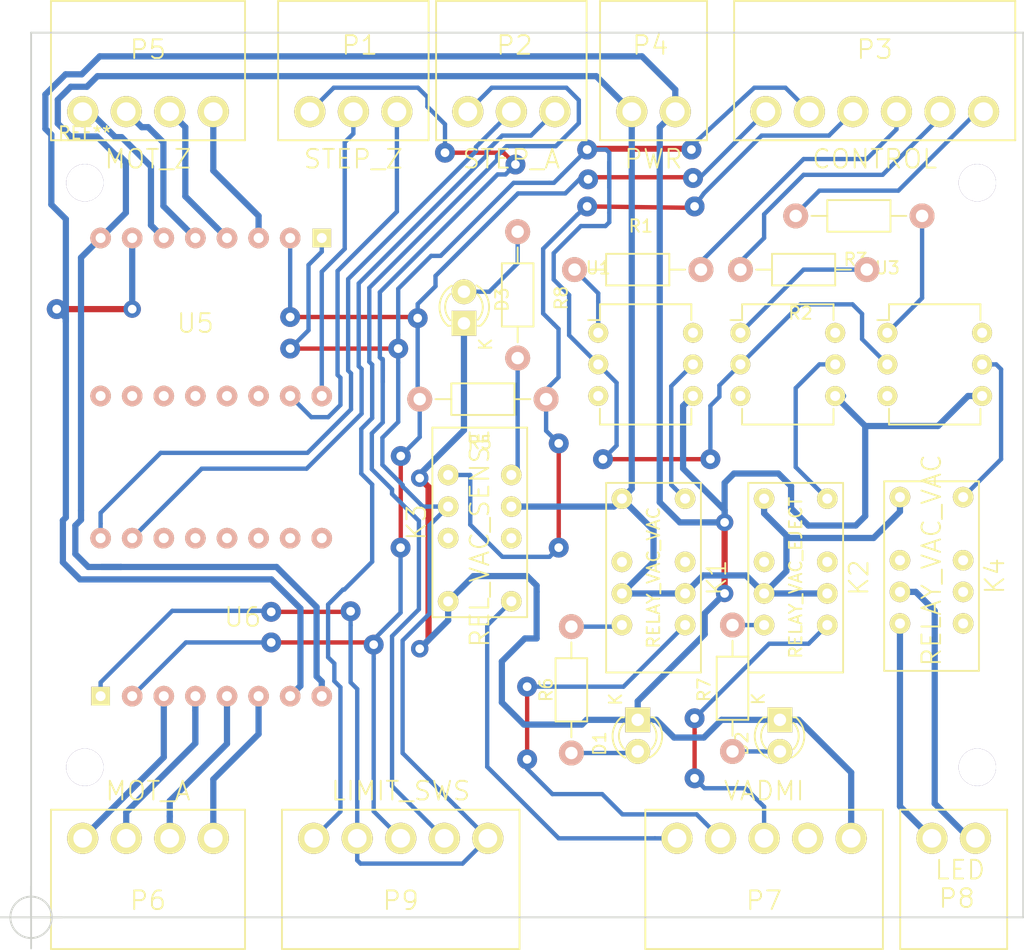
<source format=kicad_pcb>
(kicad_pcb (version 4) (host pcbnew "(2015-10-25 BZR 6278)-product")

  (general
    (links 68)
    (no_connects 0)
    (area 74.346999 68.504999 154.253001 139.775001)
    (thickness 1.6)
    (drawings 5)
    (tracks 507)
    (zones 0)
    (modules 32)
    (nets 40)
  )

  (page A4)
  (layers
    (0 F.Cu jumper)
    (31 B.Cu signal)
    (32 B.Adhes user)
    (33 F.Adhes user)
    (34 B.Paste user)
    (35 F.Paste user)
    (36 B.SilkS user)
    (37 F.SilkS user)
    (38 B.Mask user)
    (39 F.Mask user)
    (40 Dwgs.User user)
    (41 Cmts.User user)
    (42 Eco1.User user)
    (43 Eco2.User user)
    (44 Edge.Cuts user)
    (45 Margin user)
    (46 B.CrtYd user)
    (47 F.CrtYd user)
    (48 B.Fab user)
    (49 F.Fab user)
  )

  (setup
    (last_trace_width 0.35)
    (trace_clearance 0.5)
    (zone_clearance 0.508)
    (zone_45_only no)
    (trace_min 0.35)
    (segment_width 0.2)
    (edge_width 0.15)
    (via_size 1.6)
    (via_drill 0.7)
    (via_min_size 0.4)
    (via_min_drill 0.3)
    (uvia_size 0.3)
    (uvia_drill 0.1)
    (uvias_allowed no)
    (uvia_min_size 0.2)
    (uvia_min_drill 0.1)
    (pcb_text_width 0.3)
    (pcb_text_size 1.5 1.5)
    (mod_edge_width 0.15)
    (mod_text_size 1 1)
    (mod_text_width 0.15)
    (pad_size 1.524 1.524)
    (pad_drill 0.762)
    (pad_to_mask_clearance 0.2)
    (aux_axis_origin 74.422 139.7)
    (grid_origin 74.422 139.7)
    (visible_elements FFFFFF7F)
    (pcbplotparams
      (layerselection 0x00000_00000001)
      (usegerberextensions false)
      (excludeedgelayer true)
      (linewidth 0.100000)
      (plotframeref false)
      (viasonmask false)
      (mode 1)
      (useauxorigin false)
      (hpglpennumber 1)
      (hpglpenspeed 20)
      (hpglpendiameter 15)
      (hpglpenoverlay 2)
      (psnegative false)
      (psa4output false)
      (plotreference false)
      (plotvalue false)
      (plotinvisibletext false)
      (padsonsilk false)
      (subtractmaskfromsilk false)
      (outputformat 4)
      (mirror false)
      (drillshape 0)
      (scaleselection 1)
      (outputdirectory fab/))
  )

  (net 0 "")
  (net 1 GND)
  (net 2 "Net-(D1-Pad2)")
  (net 3 "Net-(D2-Pad2)")
  (net 4 "Net-(D3-Pad2)")
  (net 5 GNDD)
  (net 6 +3V3)
  (net 7 +24V)
  (net 8 "Net-(K1-Pad5)")
  (net 9 "Net-(K2-Pad5)")
  (net 10 VAC_SENSE)
  (net 11 LED_PWM)
  (net 12 VAC_EJECT)
  (net 13 VAC_VAC)
  (net 14 "Net-(K1-Pad12)")
  (net 15 VADMI_BN)
  (net 16 "Net-(K2-Pad12)")
  (net 17 VADMI_WH)
  (net 18 VADMI_BK)
  (net 19 STEP_Z_SW)
  (net 20 STEP_Z_DIR)
  (net 21 STEP_Z_STP)
  (net 22 STEP_A_SW)
  (net 23 STEP_A_DIR)
  (net 24 STEP_A_STP)
  (net 25 /SZ_M1B)
  (net 26 /SZ_M1A)
  (net 27 /SZ_M2A)
  (net 28 /SZ_M2B)
  (net 29 /SA_M1B)
  (net 30 /SB_M1A)
  (net 31 /SA_M2A)
  (net 32 /SA_M2B)
  (net 33 "Net-(R1-Pad1)")
  (net 34 "Net-(R2-Pad1)")
  (net 35 "Net-(R3-Pad1)")
  (net 36 /LED+)
  (net 37 /LED-)
  (net 38 "Net-(K3-Pad5)")
  (net 39 "Net-(K4-Pad12)")

  (net_class Default "This is the default net class."
    (clearance 0.5)
    (trace_width 0.35)
    (via_dia 1.6)
    (via_drill 0.7)
    (uvia_dia 0.3)
    (uvia_drill 0.1)
    (add_net +3V3)
    (add_net GNDD)
    (add_net LED_PWM)
    (add_net "Net-(D1-Pad2)")
    (add_net "Net-(D2-Pad2)")
    (add_net "Net-(D3-Pad2)")
    (add_net "Net-(K1-Pad12)")
    (add_net "Net-(K1-Pad5)")
    (add_net "Net-(K2-Pad12)")
    (add_net "Net-(K2-Pad5)")
    (add_net "Net-(K3-Pad5)")
    (add_net "Net-(K4-Pad12)")
    (add_net "Net-(R1-Pad1)")
    (add_net "Net-(R2-Pad1)")
    (add_net "Net-(R3-Pad1)")
    (add_net STEP_A_DIR)
    (add_net STEP_A_STP)
    (add_net STEP_A_SW)
    (add_net STEP_Z_DIR)
    (add_net STEP_Z_STP)
    (add_net STEP_Z_SW)
    (add_net VAC_EJECT)
    (add_net VAC_SENSE)
    (add_net VAC_VAC)
    (add_net VADMI_BK)
    (add_net VADMI_BN)
    (add_net VADMI_WH)
  )

  (net_class BoomYa ""
    (clearance 0.5)
    (trace_width 0.5)
    (via_dia 1.4)
    (via_drill 0.7)
    (uvia_dia 0.3)
    (uvia_drill 0.1)
    (add_net +24V)
    (add_net /LED+)
    (add_net /LED-)
    (add_net /SA_M1B)
    (add_net /SA_M2A)
    (add_net /SA_M2B)
    (add_net /SB_M1A)
    (add_net /SZ_M1A)
    (add_net /SZ_M1B)
    (add_net /SZ_M2A)
    (add_net /SZ_M2B)
    (add_net GND)
  )

  (module Housings_DIP:DIP-6_W7.62mm (layer F.Cu) (tedit 56479F6D) (tstamp 5641270E)
    (at 143.256 92.71)
    (descr "6-lead dip package, row spacing 7.62 mm (300 mils)")
    (tags "dil dip 2.54 300")
    (path /5641DD28)
    (fp_text reference U3 (at 0 -5.22) (layer F.SilkS)
      (effects (font (size 1 1) (thickness 0.15)))
    )
    (fp_text value 4N25 (at 3.048 2.54) (layer F.Fab)
      (effects (font (size 1 1) (thickness 0.15)))
    )
    (fp_line (start -1.05 -2.45) (end -1.05 7.55) (layer F.CrtYd) (width 0.05))
    (fp_line (start 8.65 -2.45) (end 8.65 7.55) (layer F.CrtYd) (width 0.05))
    (fp_line (start -1.05 -2.45) (end 8.65 -2.45) (layer F.CrtYd) (width 0.05))
    (fp_line (start -1.05 7.55) (end 8.65 7.55) (layer F.CrtYd) (width 0.05))
    (fp_line (start 0.135 -2.295) (end 0.135 -1.025) (layer F.SilkS) (width 0.15))
    (fp_line (start 7.485 -2.295) (end 7.485 -1.025) (layer F.SilkS) (width 0.15))
    (fp_line (start 7.485 7.375) (end 7.485 6.105) (layer F.SilkS) (width 0.15))
    (fp_line (start 0.135 7.375) (end 0.135 6.105) (layer F.SilkS) (width 0.15))
    (fp_line (start 0.135 -2.295) (end 7.485 -2.295) (layer F.SilkS) (width 0.15))
    (fp_line (start 0.135 7.375) (end 7.485 7.375) (layer F.SilkS) (width 0.15))
    (fp_line (start 0.135 -1.025) (end -0.8 -1.025) (layer F.SilkS) (width 0.15))
    (pad 1 thru_hole oval (at 0 0) (size 1.6 1.6) (drill 0.8) (layers *.Cu *.Mask F.SilkS)
      (net 35 "Net-(R3-Pad1)"))
    (pad 2 thru_hole oval (at 0 2.54) (size 1.6 1.6) (drill 0.8) (layers *.Cu *.Mask F.SilkS)
      (net 5 GNDD))
    (pad 3 thru_hole oval (at 0 5.08) (size 1.6 1.6) (drill 0.8) (layers *.Cu *.Mask F.SilkS))
    (pad 4 thru_hole oval (at 7.62 5.08) (size 1.6 1.6) (drill 0.8) (layers *.Cu *.Mask F.SilkS)
      (net 1 GND))
    (pad 5 thru_hole oval (at 7.62 2.54) (size 1.6 1.6) (drill 0.8) (layers *.Cu *.Mask F.SilkS)
      (net 39 "Net-(K4-Pad12)"))
    (pad 6 thru_hole oval (at 7.62 0) (size 1.6 1.6) (drill 0.8) (layers *.Cu *.Mask F.SilkS))
    (model Housings_DIP.3dshapes/DIP-6_W7.62mm.wrl
      (at (xyz 0 0 0))
      (scale (xyz 1 1 1))
      (rotate (xyz 0 0 0))
    )
  )

  (module Resistors_ThroughHole:Resistor_Horizontal_RM10mm (layer F.Cu) (tedit 56479F49) (tstamp 564117FC)
    (at 110.744 98.044 180)
    (descr "Resistor, Axial,  RM 10mm, 1/3W,")
    (tags "Resistor, Axial, RM 10mm, 1/3W,")
    (path /56415F31)
    (fp_text reference R5 (at 0.24892 -3.50012 180) (layer F.SilkS)
      (effects (font (size 1 1) (thickness 0.15)))
    )
    (fp_text value 5K (at 0 0 180) (layer F.Fab)
      (effects (font (size 1 1) (thickness 0.15)))
    )
    (fp_line (start -2.54 -1.27) (end 2.54 -1.27) (layer F.SilkS) (width 0.15))
    (fp_line (start 2.54 -1.27) (end 2.54 1.27) (layer F.SilkS) (width 0.15))
    (fp_line (start 2.54 1.27) (end -2.54 1.27) (layer F.SilkS) (width 0.15))
    (fp_line (start -2.54 1.27) (end -2.54 -1.27) (layer F.SilkS) (width 0.15))
    (fp_line (start -2.54 0) (end -3.81 0) (layer F.SilkS) (width 0.15))
    (fp_line (start 2.54 0) (end 3.81 0) (layer F.SilkS) (width 0.15))
    (pad 1 thru_hole circle (at -5.08 0 180) (size 1.99898 1.99898) (drill 1.00076) (layers *.Cu *.SilkS *.Mask)
      (net 10 VAC_SENSE))
    (pad 2 thru_hole circle (at 5.08 0 180) (size 1.99898 1.99898) (drill 1.00076) (layers *.Cu *.SilkS *.Mask)
      (net 6 +3V3))
    (model Resistors_ThroughHole.3dshapes/Resistor_Horizontal_RM10mm.wrl
      (at (xyz 0 0 0))
      (scale (xyz 0.4 0.4 0.4))
      (rotate (xyz 0 0 0))
    )
  )

  (module Housings_DIP:DIP-6_W7.62mm (layer F.Cu) (tedit 56479F65) (tstamp 56412704)
    (at 131.445 92.71)
    (descr "6-lead dip package, row spacing 7.62 mm (300 mils)")
    (tags "dil dip 2.54 300")
    (path /56419C39)
    (fp_text reference U2 (at 0 -5.22) (layer F.SilkS)
      (effects (font (size 1 1) (thickness 0.15)))
    )
    (fp_text value 4N25 (at 2.921 2.54) (layer F.Fab)
      (effects (font (size 1 1) (thickness 0.15)))
    )
    (fp_line (start -1.05 -2.45) (end -1.05 7.55) (layer F.CrtYd) (width 0.05))
    (fp_line (start 8.65 -2.45) (end 8.65 7.55) (layer F.CrtYd) (width 0.05))
    (fp_line (start -1.05 -2.45) (end 8.65 -2.45) (layer F.CrtYd) (width 0.05))
    (fp_line (start -1.05 7.55) (end 8.65 7.55) (layer F.CrtYd) (width 0.05))
    (fp_line (start 0.135 -2.295) (end 0.135 -1.025) (layer F.SilkS) (width 0.15))
    (fp_line (start 7.485 -2.295) (end 7.485 -1.025) (layer F.SilkS) (width 0.15))
    (fp_line (start 7.485 7.375) (end 7.485 6.105) (layer F.SilkS) (width 0.15))
    (fp_line (start 0.135 7.375) (end 0.135 6.105) (layer F.SilkS) (width 0.15))
    (fp_line (start 0.135 -2.295) (end 7.485 -2.295) (layer F.SilkS) (width 0.15))
    (fp_line (start 0.135 7.375) (end 7.485 7.375) (layer F.SilkS) (width 0.15))
    (fp_line (start 0.135 -1.025) (end -0.8 -1.025) (layer F.SilkS) (width 0.15))
    (pad 1 thru_hole oval (at 0 0) (size 1.6 1.6) (drill 0.8) (layers *.Cu *.Mask F.SilkS)
      (net 34 "Net-(R2-Pad1)"))
    (pad 2 thru_hole oval (at 0 2.54) (size 1.6 1.6) (drill 0.8) (layers *.Cu *.Mask F.SilkS)
      (net 5 GNDD))
    (pad 3 thru_hole oval (at 0 5.08) (size 1.6 1.6) (drill 0.8) (layers *.Cu *.Mask F.SilkS))
    (pad 4 thru_hole oval (at 7.62 5.08) (size 1.6 1.6) (drill 0.8) (layers *.Cu *.Mask F.SilkS)
      (net 1 GND))
    (pad 5 thru_hole oval (at 7.62 2.54) (size 1.6 1.6) (drill 0.8) (layers *.Cu *.Mask F.SilkS)
      (net 16 "Net-(K2-Pad12)"))
    (pad 6 thru_hole oval (at 7.62 0) (size 1.6 1.6) (drill 0.8) (layers *.Cu *.Mask F.SilkS))
    (model Housings_DIP.3dshapes/DIP-6_W7.62mm.wrl
      (at (xyz 0 0 0))
      (scale (xyz 1 1 1))
      (rotate (xyz 0 0 0))
    )
  )

  (module z-module-pcb:AxicomRelay-V23079 (layer F.Cu) (tedit 56425055) (tstamp 5641179A)
    (at 124.46 111.125 270)
    (path /5640FD08)
    (fp_text reference K1 (at 1.27 -5.08 270) (layer F.SilkS)
      (effects (font (size 1.5 1.5) (thickness 0.15)))
    )
    (fp_text value RELAY_VAC_VAC (at 1.27 0 270) (layer F.SilkS)
      (effects (font (size 1 1) (thickness 0.15)))
    )
    (fp_line (start -6.35 -3.81) (end -6.35 3.81) (layer F.SilkS) (width 0.15))
    (fp_line (start -6.35 3.81) (end 8.89 3.81) (layer F.SilkS) (width 0.15))
    (fp_line (start 8.89 3.81) (end 8.89 -3.81) (layer F.SilkS) (width 0.15))
    (fp_line (start 8.89 -3.81) (end -6.35 -3.81) (layer F.SilkS) (width 0.15))
    (pad 12 thru_hole circle (at -5.08 -2.54 270) (size 1.651 1.651) (drill 0.8) (layers *.Cu *.Mask F.SilkS)
      (net 14 "Net-(K1-Pad12)"))
    (pad 10 thru_hole circle (at 0 -2.54 270) (size 1.651 1.651) (drill 0.8) (layers *.Cu *.Mask F.SilkS))
    (pad 9 thru_hole circle (at 2.54 -2.54 270) (size 1.651 1.651) (drill 0.8) (layers *.Cu *.Mask F.SilkS)
      (net 7 +24V))
    (pad 8 thru_hole circle (at 5.08 -2.54 270) (size 1.651 1.651) (drill 0.8) (layers *.Cu *.Mask F.SilkS)
      (net 15 VADMI_BN))
    (pad 1 thru_hole circle (at -5.08 2.54 270) (size 1.651 1.651) (drill 0.8) (layers *.Cu *.Mask F.SilkS)
      (net 7 +24V))
    (pad 3 thru_hole circle (at 0 2.54 270) (size 1.651 1.651) (drill 0.8) (layers *.Cu *.Mask F.SilkS))
    (pad 4 thru_hole circle (at 2.54 2.54 270) (size 1.651 1.651) (drill 0.8) (layers *.Cu *.Mask F.SilkS)
      (net 7 +24V))
    (pad 5 thru_hole circle (at 5.08 2.54 270) (size 1.651 1.651) (drill 0.8) (layers *.Cu *.Mask F.SilkS)
      (net 8 "Net-(K1-Pad5)"))
  )

  (module z-module-pcb:AxicomRelay-V23079 (layer F.Cu) (tedit 56425050) (tstamp 564117AA)
    (at 135.89 111.125 270)
    (path /56410022)
    (fp_text reference K2 (at 1.27 -5.08 270) (layer F.SilkS)
      (effects (font (size 1.5 1.5) (thickness 0.15)))
    )
    (fp_text value RELAY_VAC_EJECT (at 1.27 0 270) (layer F.SilkS)
      (effects (font (size 1 1) (thickness 0.15)))
    )
    (fp_line (start -6.35 -3.81) (end -6.35 3.81) (layer F.SilkS) (width 0.15))
    (fp_line (start -6.35 3.81) (end 8.89 3.81) (layer F.SilkS) (width 0.15))
    (fp_line (start 8.89 3.81) (end 8.89 -3.81) (layer F.SilkS) (width 0.15))
    (fp_line (start 8.89 -3.81) (end -6.35 -3.81) (layer F.SilkS) (width 0.15))
    (pad 12 thru_hole circle (at -5.08 -2.54 270) (size 1.651 1.651) (drill 0.8) (layers *.Cu *.Mask F.SilkS)
      (net 16 "Net-(K2-Pad12)"))
    (pad 10 thru_hole circle (at 0 -2.54 270) (size 1.651 1.651) (drill 0.8) (layers *.Cu *.Mask F.SilkS))
    (pad 9 thru_hole circle (at 2.54 -2.54 270) (size 1.651 1.651) (drill 0.8) (layers *.Cu *.Mask F.SilkS)
      (net 7 +24V))
    (pad 8 thru_hole circle (at 5.08 -2.54 270) (size 1.651 1.651) (drill 0.8) (layers *.Cu *.Mask F.SilkS)
      (net 17 VADMI_WH))
    (pad 1 thru_hole circle (at -5.08 2.54 270) (size 1.651 1.651) (drill 0.8) (layers *.Cu *.Mask F.SilkS)
      (net 7 +24V))
    (pad 3 thru_hole circle (at 0 2.54 270) (size 1.651 1.651) (drill 0.8) (layers *.Cu *.Mask F.SilkS))
    (pad 4 thru_hole circle (at 2.54 2.54 270) (size 1.651 1.651) (drill 0.8) (layers *.Cu *.Mask F.SilkS)
      (net 7 +24V))
    (pad 5 thru_hole circle (at 5.08 2.54 270) (size 1.651 1.651) (drill 0.8) (layers *.Cu *.Mask F.SilkS)
      (net 9 "Net-(K2-Pad5)"))
  )

  (module z-module-pcb:AxicomRelay-V23079 (layer F.Cu) (tedit 541FD1C5) (tstamp 564117BA)
    (at 110.49 109.22 90)
    (path /5640B415)
    (fp_text reference K3 (at 1.27 -5.08 90) (layer F.SilkS)
      (effects (font (size 1.5 1.5) (thickness 0.15)))
    )
    (fp_text value REL_VAC_SENSE (at 0 0 90) (layer F.SilkS)
      (effects (font (size 1.5 1.5) (thickness 0.15)))
    )
    (fp_line (start -6.35 -3.81) (end -6.35 3.81) (layer F.SilkS) (width 0.15))
    (fp_line (start -6.35 3.81) (end 8.89 3.81) (layer F.SilkS) (width 0.15))
    (fp_line (start 8.89 3.81) (end 8.89 -3.81) (layer F.SilkS) (width 0.15))
    (fp_line (start 8.89 -3.81) (end -6.35 -3.81) (layer F.SilkS) (width 0.15))
    (pad 12 thru_hole circle (at -5.08 -2.54 90) (size 1.651 1.651) (drill 0.8) (layers *.Cu *.Mask F.SilkS)
      (net 1 GND))
    (pad 10 thru_hole circle (at 0 -2.54 90) (size 1.651 1.651) (drill 0.8) (layers *.Cu *.Mask F.SilkS))
    (pad 9 thru_hole circle (at 2.54 -2.54 90) (size 1.651 1.651) (drill 0.8) (layers *.Cu *.Mask F.SilkS)
      (net 5 GNDD))
    (pad 8 thru_hole circle (at 5.08 -2.54 90) (size 1.651 1.651) (drill 0.8) (layers *.Cu *.Mask F.SilkS)
      (net 10 VAC_SENSE))
    (pad 1 thru_hole circle (at -5.08 2.54 90) (size 1.651 1.651) (drill 0.8) (layers *.Cu *.Mask F.SilkS)
      (net 18 VADMI_BK))
    (pad 3 thru_hole circle (at 0 2.54 90) (size 1.651 1.651) (drill 0.8) (layers *.Cu *.Mask F.SilkS))
    (pad 4 thru_hole circle (at 2.54 2.54 90) (size 1.651 1.651) (drill 0.8) (layers *.Cu *.Mask F.SilkS)
      (net 7 +24V))
    (pad 5 thru_hole circle (at 5.08 2.54 90) (size 1.651 1.651) (drill 0.8) (layers *.Cu *.Mask F.SilkS)
      (net 38 "Net-(K3-Pad5)"))
  )

  (module z-module-pcb:AKL_182-03 (layer F.Cu) (tedit 56479FC3) (tstamp 564117C5)
    (at 100.33 74.93 180)
    (path /5640B9B6)
    (fp_text reference P1 (at -0.508 5.334 180) (layer F.SilkS)
      (effects (font (size 1.5 1.5) (thickness 0.15)))
    )
    (fp_text value STEP_Z (at 0 -3.81 180) (layer F.SilkS)
      (effects (font (size 1.5 1.5) (thickness 0.15)))
    )
    (fp_line (start -6.05 -2.3) (end -6.05 8.9) (layer F.SilkS) (width 0.15))
    (fp_line (start -6.05 8.9) (end 6.05 8.9) (layer F.SilkS) (width 0.15))
    (fp_line (start 6.05 8.9) (end 6.05 -2.3) (layer F.SilkS) (width 0.15))
    (fp_line (start 6.05 -2.3) (end -6.05 -2.3) (layer F.SilkS) (width 0.15))
    (pad 1 thru_hole circle (at -3.5 0 180) (size 2.5 2.5) (drill 1.5) (layers *.Cu *.Mask F.SilkS)
      (net 21 STEP_Z_STP))
    (pad 2 thru_hole circle (at 0 0 180) (size 2.5 2.5) (drill 1.5) (layers *.Cu *.Mask F.SilkS)
      (net 20 STEP_Z_DIR))
    (pad 3 thru_hole circle (at 3.5 0 180) (size 2.5 2.5) (drill 1.5) (layers *.Cu *.Mask F.SilkS)
      (net 19 STEP_Z_SW))
  )

  (module z-module-pcb:AKL_182-03 (layer F.Cu) (tedit 56479FC6) (tstamp 564117D0)
    (at 113.03 74.93 180)
    (path /5640BB20)
    (fp_text reference P2 (at -0.254 5.334 180) (layer F.SilkS)
      (effects (font (size 1.5 1.5) (thickness 0.15)))
    )
    (fp_text value STEP_A (at 0 -3.81 180) (layer F.SilkS)
      (effects (font (size 1.5 1.5) (thickness 0.15)))
    )
    (fp_line (start -6.05 -2.3) (end -6.05 8.9) (layer F.SilkS) (width 0.15))
    (fp_line (start -6.05 8.9) (end 6.05 8.9) (layer F.SilkS) (width 0.15))
    (fp_line (start 6.05 8.9) (end 6.05 -2.3) (layer F.SilkS) (width 0.15))
    (fp_line (start 6.05 -2.3) (end -6.05 -2.3) (layer F.SilkS) (width 0.15))
    (pad 1 thru_hole circle (at -3.5 0 180) (size 2.5 2.5) (drill 1.5) (layers *.Cu *.Mask F.SilkS)
      (net 24 STEP_A_STP))
    (pad 2 thru_hole circle (at 0 0 180) (size 2.5 2.5) (drill 1.5) (layers *.Cu *.Mask F.SilkS)
      (net 23 STEP_A_DIR))
    (pad 3 thru_hole circle (at 3.5 0 180) (size 2.5 2.5) (drill 1.5) (layers *.Cu *.Mask F.SilkS)
      (net 22 STEP_A_SW))
  )

  (module z-module-pcb:AKL_182-06 (layer F.Cu) (tedit 56425068) (tstamp 564117DE)
    (at 142.24 74.93 180)
    (path /5640B8EA)
    (fp_text reference P3 (at 0 5 180) (layer F.SilkS)
      (effects (font (size 1.5 1.5) (thickness 0.15)))
    )
    (fp_text value CONTROL (at 0 -3.81 180) (layer F.SilkS)
      (effects (font (size 1.5 1.5) (thickness 0.15)))
    )
    (fp_line (start -11.3 -2.3) (end -11.3 8.9) (layer F.SilkS) (width 0.15))
    (fp_line (start -11.3 8.9) (end 11.3 8.9) (layer F.SilkS) (width 0.15))
    (fp_line (start 11.3 8.9) (end 11.3 -2.3) (layer F.SilkS) (width 0.15))
    (fp_line (start 11.3 -2.3) (end -11.3 -2.3) (layer F.SilkS) (width 0.15))
    (pad 1 thru_hole circle (at -8.75 0 180) (size 2.5 2.5) (drill 1.5) (layers *.Cu *.Mask F.SilkS)
      (net 11 LED_PWM))
    (pad 2 thru_hole circle (at -5.25 0 180) (size 2.5 2.5) (drill 1.5) (layers *.Cu *.Mask F.SilkS)
      (net 12 VAC_EJECT))
    (pad 3 thru_hole circle (at -1.75 0 180) (size 2.5 2.5) (drill 1.5) (layers *.Cu *.Mask F.SilkS)
      (net 13 VAC_VAC))
    (pad 4 thru_hole circle (at 1.75 0 180) (size 2.5 2.5) (drill 1.5) (layers *.Cu *.Mask F.SilkS)
      (net 10 VAC_SENSE))
    (pad 5 thru_hole circle (at 5.25 0 180) (size 2.5 2.5) (drill 1.5) (layers *.Cu *.Mask F.SilkS)
      (net 5 GNDD))
    (pad 6 thru_hole circle (at 8.75 0 180) (size 2.5 2.5) (drill 1.5) (layers *.Cu *.Mask F.SilkS)
      (net 6 +3V3))
  )

  (module Resistors_ThroughHole:Resistor_Horizontal_RM10mm (layer F.Cu) (tedit 56479F57) (tstamp 564117E4)
    (at 123.19 87.63)
    (descr "Resistor, Axial,  RM 10mm, 1/3W,")
    (tags "Resistor, Axial, RM 10mm, 1/3W,")
    (path /5641A7C2)
    (fp_text reference R1 (at 0.24892 -3.50012) (layer F.SilkS)
      (effects (font (size 1 1) (thickness 0.15)))
    )
    (fp_text value 220R (at 0.254 0) (layer F.Fab)
      (effects (font (size 1 1) (thickness 0.15)))
    )
    (fp_line (start -2.54 -1.27) (end 2.54 -1.27) (layer F.SilkS) (width 0.15))
    (fp_line (start 2.54 -1.27) (end 2.54 1.27) (layer F.SilkS) (width 0.15))
    (fp_line (start 2.54 1.27) (end -2.54 1.27) (layer F.SilkS) (width 0.15))
    (fp_line (start -2.54 1.27) (end -2.54 -1.27) (layer F.SilkS) (width 0.15))
    (fp_line (start -2.54 0) (end -3.81 0) (layer F.SilkS) (width 0.15))
    (fp_line (start 2.54 0) (end 3.81 0) (layer F.SilkS) (width 0.15))
    (pad 1 thru_hole circle (at -5.08 0) (size 1.99898 1.99898) (drill 1.00076) (layers *.Cu *.SilkS *.Mask)
      (net 33 "Net-(R1-Pad1)"))
    (pad 2 thru_hole circle (at 5.08 0) (size 1.99898 1.99898) (drill 1.00076) (layers *.Cu *.SilkS *.Mask)
      (net 13 VAC_VAC))
    (model Resistors_ThroughHole.3dshapes/Resistor_Horizontal_RM10mm.wrl
      (at (xyz 0 0 0))
      (scale (xyz 0.4 0.4 0.4))
      (rotate (xyz 0 0 0))
    )
  )

  (module Resistors_ThroughHole:Resistor_Horizontal_RM10mm (layer F.Cu) (tedit 56479F61) (tstamp 564117EA)
    (at 136.525 87.63 180)
    (descr "Resistor, Axial,  RM 10mm, 1/3W,")
    (tags "Resistor, Axial, RM 10mm, 1/3W,")
    (path /5641AB41)
    (fp_text reference R2 (at 0.24892 -3.50012 180) (layer F.SilkS)
      (effects (font (size 1 1) (thickness 0.15)))
    )
    (fp_text value 220R (at 0.381 0 180) (layer F.Fab)
      (effects (font (size 1 1) (thickness 0.15)))
    )
    (fp_line (start -2.54 -1.27) (end 2.54 -1.27) (layer F.SilkS) (width 0.15))
    (fp_line (start 2.54 -1.27) (end 2.54 1.27) (layer F.SilkS) (width 0.15))
    (fp_line (start 2.54 1.27) (end -2.54 1.27) (layer F.SilkS) (width 0.15))
    (fp_line (start -2.54 1.27) (end -2.54 -1.27) (layer F.SilkS) (width 0.15))
    (fp_line (start -2.54 0) (end -3.81 0) (layer F.SilkS) (width 0.15))
    (fp_line (start 2.54 0) (end 3.81 0) (layer F.SilkS) (width 0.15))
    (pad 1 thru_hole circle (at -5.08 0 180) (size 1.99898 1.99898) (drill 1.00076) (layers *.Cu *.SilkS *.Mask)
      (net 34 "Net-(R2-Pad1)"))
    (pad 2 thru_hole circle (at 5.08 0 180) (size 1.99898 1.99898) (drill 1.00076) (layers *.Cu *.SilkS *.Mask)
      (net 12 VAC_EJECT))
    (model Resistors_ThroughHole.3dshapes/Resistor_Horizontal_RM10mm.wrl
      (at (xyz 0 0 0))
      (scale (xyz 0.4 0.4 0.4))
      (rotate (xyz 0 0 0))
    )
  )

  (module Resistors_ThroughHole:Resistor_Horizontal_RM10mm (layer F.Cu) (tedit 56479F5D) (tstamp 564117F0)
    (at 140.97 83.312 180)
    (descr "Resistor, Axial,  RM 10mm, 1/3W,")
    (tags "Resistor, Axial, RM 10mm, 1/3W,")
    (path /5641DD42)
    (fp_text reference R3 (at 0.24892 -3.50012 180) (layer F.SilkS)
      (effects (font (size 1 1) (thickness 0.15)))
    )
    (fp_text value 220R (at 0.254 0 180) (layer F.Fab)
      (effects (font (size 1 1) (thickness 0.15)))
    )
    (fp_line (start -2.54 -1.27) (end 2.54 -1.27) (layer F.SilkS) (width 0.15))
    (fp_line (start 2.54 -1.27) (end 2.54 1.27) (layer F.SilkS) (width 0.15))
    (fp_line (start 2.54 1.27) (end -2.54 1.27) (layer F.SilkS) (width 0.15))
    (fp_line (start -2.54 1.27) (end -2.54 -1.27) (layer F.SilkS) (width 0.15))
    (fp_line (start -2.54 0) (end -3.81 0) (layer F.SilkS) (width 0.15))
    (fp_line (start 2.54 0) (end 3.81 0) (layer F.SilkS) (width 0.15))
    (pad 1 thru_hole circle (at -5.08 0 180) (size 1.99898 1.99898) (drill 1.00076) (layers *.Cu *.SilkS *.Mask)
      (net 35 "Net-(R3-Pad1)"))
    (pad 2 thru_hole circle (at 5.08 0 180) (size 1.99898 1.99898) (drill 1.00076) (layers *.Cu *.SilkS *.Mask)
      (net 11 LED_PWM))
    (model Resistors_ThroughHole.3dshapes/Resistor_Horizontal_RM10mm.wrl
      (at (xyz 0 0 0))
      (scale (xyz 0.4 0.4 0.4))
      (rotate (xyz 0 0 0))
    )
  )

  (module Resistors_ThroughHole:Resistor_Horizontal_RM10mm (layer F.Cu) (tedit 56479F9B) (tstamp 56411802)
    (at 117.856 121.412 90)
    (descr "Resistor, Axial,  RM 10mm, 1/3W,")
    (tags "Resistor, Axial, RM 10mm, 1/3W,")
    (path /56414697)
    (fp_text reference R6 (at 0 -2.032 90) (layer F.SilkS)
      (effects (font (size 1 1) (thickness 0.15)))
    )
    (fp_text value 1K2 (at 0 -0.254 90) (layer F.Fab)
      (effects (font (size 1 1) (thickness 0.15)))
    )
    (fp_line (start -2.54 -1.27) (end 2.54 -1.27) (layer F.SilkS) (width 0.15))
    (fp_line (start 2.54 -1.27) (end 2.54 1.27) (layer F.SilkS) (width 0.15))
    (fp_line (start 2.54 1.27) (end -2.54 1.27) (layer F.SilkS) (width 0.15))
    (fp_line (start -2.54 1.27) (end -2.54 -1.27) (layer F.SilkS) (width 0.15))
    (fp_line (start -2.54 0) (end -3.81 0) (layer F.SilkS) (width 0.15))
    (fp_line (start 2.54 0) (end 3.81 0) (layer F.SilkS) (width 0.15))
    (pad 1 thru_hole circle (at -5.08 0 90) (size 1.99898 1.99898) (drill 1.00076) (layers *.Cu *.SilkS *.Mask)
      (net 2 "Net-(D1-Pad2)"))
    (pad 2 thru_hole circle (at 5.08 0 90) (size 1.99898 1.99898) (drill 1.00076) (layers *.Cu *.SilkS *.Mask)
      (net 8 "Net-(K1-Pad5)"))
    (model Resistors_ThroughHole.3dshapes/Resistor_Horizontal_RM10mm.wrl
      (at (xyz 0 0 0))
      (scale (xyz 0.4 0.4 0.4))
      (rotate (xyz 0 0 0))
    )
  )

  (module Resistors_ThroughHole:Resistor_Horizontal_RM10mm (layer F.Cu) (tedit 56479F95) (tstamp 56411808)
    (at 130.81 121.285 90)
    (descr "Resistor, Axial,  RM 10mm, 1/3W,")
    (tags "Resistor, Axial, RM 10mm, 1/3W,")
    (path /56413E9B)
    (fp_text reference R7 (at -0.127 -2.286 90) (layer F.SilkS)
      (effects (font (size 1 1) (thickness 0.15)))
    )
    (fp_text value 1K2 (at 0.127 0 90) (layer F.Fab)
      (effects (font (size 1 1) (thickness 0.15)))
    )
    (fp_line (start -2.54 -1.27) (end 2.54 -1.27) (layer F.SilkS) (width 0.15))
    (fp_line (start 2.54 -1.27) (end 2.54 1.27) (layer F.SilkS) (width 0.15))
    (fp_line (start 2.54 1.27) (end -2.54 1.27) (layer F.SilkS) (width 0.15))
    (fp_line (start -2.54 1.27) (end -2.54 -1.27) (layer F.SilkS) (width 0.15))
    (fp_line (start -2.54 0) (end -3.81 0) (layer F.SilkS) (width 0.15))
    (fp_line (start 2.54 0) (end 3.81 0) (layer F.SilkS) (width 0.15))
    (pad 1 thru_hole circle (at -5.08 0 90) (size 1.99898 1.99898) (drill 1.00076) (layers *.Cu *.SilkS *.Mask)
      (net 3 "Net-(D2-Pad2)"))
    (pad 2 thru_hole circle (at 5.08 0 90) (size 1.99898 1.99898) (drill 1.00076) (layers *.Cu *.SilkS *.Mask)
      (net 9 "Net-(K2-Pad5)"))
    (model Resistors_ThroughHole.3dshapes/Resistor_Horizontal_RM10mm.wrl
      (at (xyz 0 0 0))
      (scale (xyz 0.4 0.4 0.4))
      (rotate (xyz 0 0 0))
    )
  )

  (module Resistors_ThroughHole:Resistor_Horizontal_RM10mm (layer F.Cu) (tedit 56479F43) (tstamp 5641180E)
    (at 113.538 89.662 270)
    (descr "Resistor, Axial,  RM 10mm, 1/3W,")
    (tags "Resistor, Axial, RM 10mm, 1/3W,")
    (path /56415B04)
    (fp_text reference R8 (at 0.24892 -3.50012 270) (layer F.SilkS)
      (effects (font (size 1 1) (thickness 0.15)))
    )
    (fp_text value 1K2 (at 0.254 -0.254 270) (layer F.Fab)
      (effects (font (size 1 1) (thickness 0.15)))
    )
    (fp_line (start -2.54 -1.27) (end 2.54 -1.27) (layer F.SilkS) (width 0.15))
    (fp_line (start 2.54 -1.27) (end 2.54 1.27) (layer F.SilkS) (width 0.15))
    (fp_line (start 2.54 1.27) (end -2.54 1.27) (layer F.SilkS) (width 0.15))
    (fp_line (start -2.54 1.27) (end -2.54 -1.27) (layer F.SilkS) (width 0.15))
    (fp_line (start -2.54 0) (end -3.81 0) (layer F.SilkS) (width 0.15))
    (fp_line (start 2.54 0) (end 3.81 0) (layer F.SilkS) (width 0.15))
    (pad 1 thru_hole circle (at -5.08 0 270) (size 1.99898 1.99898) (drill 1.00076) (layers *.Cu *.SilkS *.Mask)
      (net 4 "Net-(D3-Pad2)"))
    (pad 2 thru_hole circle (at 5.08 0 270) (size 1.99898 1.99898) (drill 1.00076) (layers *.Cu *.SilkS *.Mask)
      (net 38 "Net-(K3-Pad5)"))
    (model Resistors_ThroughHole.3dshapes/Resistor_Horizontal_RM10mm.wrl
      (at (xyz 0 0 0))
      (scale (xyz 0.4 0.4 0.4))
      (rotate (xyz 0 0 0))
    )
  )

  (module z-module-pcb:AKL_182-02 (layer F.Cu) (tedit 56479FC9) (tstamp 564126B4)
    (at 124.46 74.93 180)
    (path /5640C613)
    (fp_text reference P4 (at 0.254 5.334 180) (layer F.SilkS)
      (effects (font (size 1.5 1.5) (thickness 0.15)))
    )
    (fp_text value PWR (at 0 -3.81 180) (layer F.SilkS)
      (effects (font (size 1.5 1.5) (thickness 0.15)))
    )
    (fp_line (start -4.3 -2.3) (end -4.3 8.9) (layer F.SilkS) (width 0.15))
    (fp_line (start -4.3 8.9) (end 4.3 8.9) (layer F.SilkS) (width 0.15))
    (fp_line (start 4.3 8.9) (end 4.3 -2.3) (layer F.SilkS) (width 0.15))
    (fp_line (start 4.3 -2.3) (end -4.3 -2.3) (layer F.SilkS) (width 0.15))
    (pad 1 thru_hole circle (at -1.75 0 180) (size 2.5 2.5) (drill 1.5) (layers *.Cu *.Mask F.SilkS)
      (net 1 GND))
    (pad 2 thru_hole circle (at 1.75 0 180) (size 2.5 2.5) (drill 1.5) (layers *.Cu *.Mask F.SilkS)
      (net 7 +24V))
  )

  (module z-module-pcb:AKL_182-04 (layer F.Cu) (tedit 56425062) (tstamp 564126C0)
    (at 83.82 74.93 180)
    (path /5640B014)
    (fp_text reference P5 (at 0 5 180) (layer F.SilkS)
      (effects (font (size 1.5 1.5) (thickness 0.15)))
    )
    (fp_text value MOT_Z (at 0 -3.81 180) (layer F.SilkS)
      (effects (font (size 1.5 1.5) (thickness 0.15)))
    )
    (fp_line (start -7.8 -2.3) (end -7.8 8.9) (layer F.SilkS) (width 0.15))
    (fp_line (start -7.8 8.9) (end 7.8 8.9) (layer F.SilkS) (width 0.15))
    (fp_line (start 7.8 8.9) (end 7.8 -2.3) (layer F.SilkS) (width 0.15))
    (fp_line (start 7.8 -2.3) (end -7.8 -2.3) (layer F.SilkS) (width 0.15))
    (pad 1 thru_hole circle (at -5.25 0 180) (size 2.5 2.5) (drill 1.5) (layers *.Cu *.Mask F.SilkS)
      (net 25 /SZ_M1B))
    (pad 2 thru_hole circle (at -1.75 0 180) (size 2.5 2.5) (drill 1.5) (layers *.Cu *.Mask F.SilkS)
      (net 26 /SZ_M1A))
    (pad 3 thru_hole circle (at 1.75 0 180) (size 2.5 2.5) (drill 1.5) (layers *.Cu *.Mask F.SilkS)
      (net 27 /SZ_M2A))
    (pad 4 thru_hole circle (at 5.25 0 180) (size 2.5 2.5) (drill 1.5) (layers *.Cu *.Mask F.SilkS)
      (net 28 /SZ_M2B))
  )

  (module z-module-pcb:AKL_182-04 (layer F.Cu) (tedit 5642505E) (tstamp 564126CC)
    (at 83.82 133.35)
    (path /5641C7FD)
    (fp_text reference P6 (at 0 5) (layer F.SilkS)
      (effects (font (size 1.5 1.5) (thickness 0.15)))
    )
    (fp_text value MOT_A (at 0 -3.81) (layer F.SilkS)
      (effects (font (size 1.5 1.5) (thickness 0.15)))
    )
    (fp_line (start -7.8 -2.3) (end -7.8 8.9) (layer F.SilkS) (width 0.15))
    (fp_line (start -7.8 8.9) (end 7.8 8.9) (layer F.SilkS) (width 0.15))
    (fp_line (start 7.8 8.9) (end 7.8 -2.3) (layer F.SilkS) (width 0.15))
    (fp_line (start 7.8 -2.3) (end -7.8 -2.3) (layer F.SilkS) (width 0.15))
    (pad 1 thru_hole circle (at -5.25 0) (size 2.5 2.5) (drill 1.5) (layers *.Cu *.Mask F.SilkS)
      (net 29 /SA_M1B))
    (pad 2 thru_hole circle (at -1.75 0) (size 2.5 2.5) (drill 1.5) (layers *.Cu *.Mask F.SilkS)
      (net 30 /SB_M1A))
    (pad 3 thru_hole circle (at 1.75 0) (size 2.5 2.5) (drill 1.5) (layers *.Cu *.Mask F.SilkS)
      (net 31 /SA_M2A))
    (pad 4 thru_hole circle (at 5.25 0) (size 2.5 2.5) (drill 1.5) (layers *.Cu *.Mask F.SilkS)
      (net 32 /SA_M2B))
  )

  (module z-module-pcb:AKL_182-05 (layer F.Cu) (tedit 5642505A) (tstamp 564126D9)
    (at 133.35 133.35)
    (path /5640F8E4)
    (fp_text reference P7 (at 0 5) (layer F.SilkS)
      (effects (font (size 1.5 1.5) (thickness 0.15)))
    )
    (fp_text value VADMI (at 0 -3.81) (layer F.SilkS)
      (effects (font (size 1.5 1.5) (thickness 0.15)))
    )
    (fp_line (start -9.55 -2.3) (end -9.55 8.9) (layer F.SilkS) (width 0.15))
    (fp_line (start -9.55 8.9) (end 9.55 8.9) (layer F.SilkS) (width 0.15))
    (fp_line (start 9.55 8.9) (end 9.55 -2.3) (layer F.SilkS) (width 0.15))
    (fp_line (start 9.55 -2.3) (end -9.55 -2.3) (layer F.SilkS) (width 0.15))
    (pad 1 thru_hole circle (at -7 0) (size 2.5 2.5) (drill 1.5) (layers *.Cu *.Mask F.SilkS)
      (net 18 VADMI_BK))
    (pad 2 thru_hole circle (at -3.5 0) (size 2.5 2.5) (drill 1.5) (layers *.Cu *.Mask F.SilkS)
      (net 15 VADMI_BN))
    (pad 3 thru_hole circle (at 0 0) (size 2.5 2.5) (drill 1.5) (layers *.Cu *.Mask F.SilkS)
      (net 17 VADMI_WH))
    (pad 4 thru_hole circle (at 3.5 0) (size 2.5 2.5) (drill 1.5) (layers *.Cu *.Mask F.SilkS))
    (pad 5 thru_hole circle (at 7 0) (size 2.5 2.5) (drill 1.5) (layers *.Cu *.Mask F.SilkS)
      (net 1 GND))
  )

  (module z-module-pcb:AKL_182-02 (layer F.Cu) (tedit 56479F86) (tstamp 564126E3)
    (at 148.59 133.35)
    (path /5640EF0F)
    (fp_text reference P8 (at 0.254 4.826) (layer F.SilkS)
      (effects (font (size 1.5 1.5) (thickness 0.15)))
    )
    (fp_text value LED (at 0.508 2.54) (layer F.SilkS)
      (effects (font (size 1.5 1.5) (thickness 0.15)))
    )
    (fp_line (start -4.3 -2.3) (end -4.3 8.9) (layer F.SilkS) (width 0.15))
    (fp_line (start -4.3 8.9) (end 4.3 8.9) (layer F.SilkS) (width 0.15))
    (fp_line (start 4.3 8.9) (end 4.3 -2.3) (layer F.SilkS) (width 0.15))
    (fp_line (start 4.3 -2.3) (end -4.3 -2.3) (layer F.SilkS) (width 0.15))
    (pad 1 thru_hole circle (at -1.75 0) (size 2.5 2.5) (drill 1.5) (layers *.Cu *.Mask F.SilkS)
      (net 36 /LED+))
    (pad 2 thru_hole circle (at 1.75 0) (size 2.5 2.5) (drill 1.5) (layers *.Cu *.Mask F.SilkS)
      (net 37 /LED-))
  )

  (module z-module-pcb:AKL_182-05 (layer F.Cu) (tedit 5642505B) (tstamp 564126F0)
    (at 104.14 133.35)
    (path /5642E46A)
    (fp_text reference P9 (at 0 5) (layer F.SilkS)
      (effects (font (size 1.5 1.5) (thickness 0.15)))
    )
    (fp_text value LIMIT_SWS (at 0 -3.81) (layer F.SilkS)
      (effects (font (size 1.5 1.5) (thickness 0.15)))
    )
    (fp_line (start -9.55 -2.3) (end -9.55 8.9) (layer F.SilkS) (width 0.15))
    (fp_line (start -9.55 8.9) (end 9.55 8.9) (layer F.SilkS) (width 0.15))
    (fp_line (start 9.55 8.9) (end 9.55 -2.3) (layer F.SilkS) (width 0.15))
    (fp_line (start 9.55 -2.3) (end -9.55 -2.3) (layer F.SilkS) (width 0.15))
    (pad 1 thru_hole circle (at -7 0) (size 2.5 2.5) (drill 1.5) (layers *.Cu *.Mask F.SilkS)
      (net 22 STEP_A_SW))
    (pad 2 thru_hole circle (at -3.5 0) (size 2.5 2.5) (drill 1.5) (layers *.Cu *.Mask F.SilkS)
      (net 5 GNDD))
    (pad 3 thru_hole circle (at 0 0) (size 2.5 2.5) (drill 1.5) (layers *.Cu *.Mask F.SilkS)
      (net 6 +3V3))
    (pad 4 thru_hole circle (at 3.5 0) (size 2.5 2.5) (drill 1.5) (layers *.Cu *.Mask F.SilkS)
      (net 19 STEP_Z_SW))
    (pad 5 thru_hole circle (at 7 0) (size 2.5 2.5) (drill 1.5) (layers *.Cu *.Mask F.SilkS)
      (net 5 GNDD))
  )

  (module Housings_DIP:DIP-6_W7.62mm (layer F.Cu) (tedit 56479F69) (tstamp 564126FA)
    (at 120.015 92.71)
    (descr "6-lead dip package, row spacing 7.62 mm (300 mils)")
    (tags "dil dip 2.54 300")
    (path /5641825C)
    (fp_text reference U1 (at 0 -5.22) (layer F.SilkS)
      (effects (font (size 1 1) (thickness 0.15)))
    )
    (fp_text value 4N25 (at 2.921 2.54) (layer F.Fab)
      (effects (font (size 1 1) (thickness 0.15)))
    )
    (fp_line (start -1.05 -2.45) (end -1.05 7.55) (layer F.CrtYd) (width 0.05))
    (fp_line (start 8.65 -2.45) (end 8.65 7.55) (layer F.CrtYd) (width 0.05))
    (fp_line (start -1.05 -2.45) (end 8.65 -2.45) (layer F.CrtYd) (width 0.05))
    (fp_line (start -1.05 7.55) (end 8.65 7.55) (layer F.CrtYd) (width 0.05))
    (fp_line (start 0.135 -2.295) (end 0.135 -1.025) (layer F.SilkS) (width 0.15))
    (fp_line (start 7.485 -2.295) (end 7.485 -1.025) (layer F.SilkS) (width 0.15))
    (fp_line (start 7.485 7.375) (end 7.485 6.105) (layer F.SilkS) (width 0.15))
    (fp_line (start 0.135 7.375) (end 0.135 6.105) (layer F.SilkS) (width 0.15))
    (fp_line (start 0.135 -2.295) (end 7.485 -2.295) (layer F.SilkS) (width 0.15))
    (fp_line (start 0.135 7.375) (end 7.485 7.375) (layer F.SilkS) (width 0.15))
    (fp_line (start 0.135 -1.025) (end -0.8 -1.025) (layer F.SilkS) (width 0.15))
    (pad 1 thru_hole oval (at 0 0) (size 1.6 1.6) (drill 0.8) (layers *.Cu *.Mask F.SilkS)
      (net 33 "Net-(R1-Pad1)"))
    (pad 2 thru_hole oval (at 0 2.54) (size 1.6 1.6) (drill 0.8) (layers *.Cu *.Mask F.SilkS)
      (net 5 GNDD))
    (pad 3 thru_hole oval (at 0 5.08) (size 1.6 1.6) (drill 0.8) (layers *.Cu *.Mask F.SilkS))
    (pad 4 thru_hole oval (at 7.62 5.08) (size 1.6 1.6) (drill 0.8) (layers *.Cu *.Mask F.SilkS)
      (net 1 GND))
    (pad 5 thru_hole oval (at 7.62 2.54) (size 1.6 1.6) (drill 0.8) (layers *.Cu *.Mask F.SilkS)
      (net 14 "Net-(K1-Pad12)"))
    (pad 6 thru_hole oval (at 7.62 0) (size 1.6 1.6) (drill 0.8) (layers *.Cu *.Mask F.SilkS))
    (model Housings_DIP.3dshapes/DIP-6_W7.62mm.wrl
      (at (xyz 0 0 0))
      (scale (xyz 1 1 1))
      (rotate (xyz 0 0 0))
    )
  )

  (module z-module-pcb:SilentStepStick (layer F.Cu) (tedit 56479FBA) (tstamp 5641272F)
    (at 92.71 91.44 270)
    (path /5640AD67)
    (fp_text reference U5 (at 0.508 5.08 540) (layer F.SilkS)
      (effects (font (size 1.5 1.5) (thickness 0.15)))
    )
    (fp_text value SilentStepStick (at 1.27 -8.89 270) (layer F.SilkS) hide
      (effects (font (size 1.5 1.5) (thickness 0.15)))
    )
    (pad 1 thru_hole rect (at -6.35 -5.08 270) (size 1.5 1.5) (drill 0.8) (layers *.Cu *.Mask F.SilkS)
      (net 5 GNDD))
    (pad 2 thru_hole circle (at -6.35 -2.54 270) (size 1.651 1.651) (drill 0.8) (layers *.Cu *.SilkS *.Mask)
      (net 6 +3V3))
    (pad 3 thru_hole circle (at -6.35 0 270) (size 1.651 1.651) (drill 0.8) (layers *.Cu *.SilkS *.Mask)
      (net 25 /SZ_M1B))
    (pad 4 thru_hole circle (at -6.35 2.54 270) (size 1.651 1.651) (drill 0.8) (layers *.Cu *.SilkS *.Mask)
      (net 26 /SZ_M1A))
    (pad 5 thru_hole circle (at -6.35 5.08 270) (size 1.651 1.651) (drill 0.8) (layers *.Cu *.SilkS *.Mask)
      (net 27 /SZ_M2A))
    (pad 6 thru_hole circle (at -6.35 7.62 270) (size 1.651 1.651) (drill 0.8) (layers *.Cu *.SilkS *.Mask)
      (net 28 /SZ_M2B))
    (pad 7 thru_hole circle (at -6.35 10.16 270) (size 1.651 1.651) (drill 0.8) (layers *.Cu *.SilkS *.Mask)
      (net 1 GND))
    (pad 8 thru_hole circle (at -6.35 12.7 90) (size 1.651 1.651) (drill 0.8) (layers *.Cu *.SilkS *.Mask)
      (net 7 +24V))
    (pad 9 thru_hole circle (at 6.35 12.7 90) (size 1.651 1.651) (drill 0.8) (layers *.Cu *.SilkS *.Mask))
    (pad 10 thru_hole circle (at 6.35 10.16 90) (size 1.651 1.651) (drill 0.8) (layers *.Cu *.SilkS *.Mask))
    (pad 11 thru_hole circle (at 6.35 7.62 90) (size 1.651 1.651) (drill 0.8) (layers *.Cu *.SilkS *.Mask))
    (pad 12 thru_hole circle (at 6.35 5.08 90) (size 1.651 1.651) (drill 0.8) (layers *.Cu *.SilkS *.Mask))
    (pad 13 thru_hole circle (at 6.35 2.54 90) (size 1.651 1.651) (drill 0.8) (layers *.Cu *.SilkS *.Mask))
    (pad 14 thru_hole circle (at 6.35 0 90) (size 1.651 1.651) (drill 0.8) (layers *.Cu *.SilkS *.Mask))
    (pad 15 thru_hole circle (at 6.35 -2.54 270) (size 1.651 1.651) (drill 0.8) (layers *.Cu *.SilkS *.Mask)
      (net 21 STEP_Z_STP))
    (pad 16 thru_hole circle (at 6.35 -5.08 270) (size 1.651 1.651) (drill 0.8) (layers *.Cu *.SilkS *.Mask)
      (net 20 STEP_Z_DIR))
  )

  (module z-module-pcb:SilentStepStick (layer F.Cu) (tedit 56479FB0) (tstamp 56412743)
    (at 85.09 115.57 90)
    (path /5641C7EB)
    (fp_text reference U6 (at 0 6.35 360) (layer F.SilkS)
      (effects (font (size 1.5 1.5) (thickness 0.15)))
    )
    (fp_text value SilentStepStick (at 1.27 -8.89 90) (layer F.SilkS) hide
      (effects (font (size 1.5 1.5) (thickness 0.15)))
    )
    (pad 1 thru_hole rect (at -6.35 -5.08 90) (size 1.5 1.5) (drill 0.8) (layers *.Cu *.Mask F.SilkS)
      (net 5 GNDD))
    (pad 2 thru_hole circle (at -6.35 -2.54 90) (size 1.651 1.651) (drill 0.8) (layers *.Cu *.SilkS *.Mask)
      (net 6 +3V3))
    (pad 3 thru_hole circle (at -6.35 0 90) (size 1.651 1.651) (drill 0.8) (layers *.Cu *.SilkS *.Mask)
      (net 29 /SA_M1B))
    (pad 4 thru_hole circle (at -6.35 2.54 90) (size 1.651 1.651) (drill 0.8) (layers *.Cu *.SilkS *.Mask)
      (net 30 /SB_M1A))
    (pad 5 thru_hole circle (at -6.35 5.08 90) (size 1.651 1.651) (drill 0.8) (layers *.Cu *.SilkS *.Mask)
      (net 31 /SA_M2A))
    (pad 6 thru_hole circle (at -6.35 7.62 90) (size 1.651 1.651) (drill 0.8) (layers *.Cu *.SilkS *.Mask)
      (net 32 /SA_M2B))
    (pad 7 thru_hole circle (at -6.35 10.16 90) (size 1.651 1.651) (drill 0.8) (layers *.Cu *.SilkS *.Mask)
      (net 1 GND))
    (pad 8 thru_hole circle (at -6.35 12.7 270) (size 1.651 1.651) (drill 0.8) (layers *.Cu *.SilkS *.Mask)
      (net 7 +24V))
    (pad 9 thru_hole circle (at 6.35 12.7 270) (size 1.651 1.651) (drill 0.8) (layers *.Cu *.SilkS *.Mask))
    (pad 10 thru_hole circle (at 6.35 10.16 270) (size 1.651 1.651) (drill 0.8) (layers *.Cu *.SilkS *.Mask))
    (pad 11 thru_hole circle (at 6.35 7.62 270) (size 1.651 1.651) (drill 0.8) (layers *.Cu *.SilkS *.Mask))
    (pad 12 thru_hole circle (at 6.35 5.08 270) (size 1.651 1.651) (drill 0.8) (layers *.Cu *.SilkS *.Mask))
    (pad 13 thru_hole circle (at 6.35 2.54 270) (size 1.651 1.651) (drill 0.8) (layers *.Cu *.SilkS *.Mask))
    (pad 14 thru_hole circle (at 6.35 0 270) (size 1.651 1.651) (drill 0.8) (layers *.Cu *.SilkS *.Mask))
    (pad 15 thru_hole circle (at 6.35 -2.54 90) (size 1.651 1.651) (drill 0.8) (layers *.Cu *.SilkS *.Mask)
      (net 24 STEP_A_STP))
    (pad 16 thru_hole circle (at 6.35 -5.08 90) (size 1.651 1.651) (drill 0.8) (layers *.Cu *.SilkS *.Mask)
      (net 23 STEP_A_DIR))
  )

  (module LEDs:LED-3MM (layer F.Cu) (tedit 56479FD7) (tstamp 564212D3)
    (at 123.19 123.825 270)
    (descr "LED 3mm round vertical")
    (tags "LED  3mm round vertical")
    (path /5641469D)
    (fp_text reference D1 (at 1.91 3.06 270) (layer F.SilkS)
      (effects (font (size 1 1) (thickness 0.15)))
    )
    (fp_text value VAC (at 1.3 -2.9 270) (layer F.Fab)
      (effects (font (size 1 1) (thickness 0.15)))
    )
    (fp_line (start -1.2 2.3) (end 3.8 2.3) (layer F.CrtYd) (width 0.05))
    (fp_line (start 3.8 2.3) (end 3.8 -2.2) (layer F.CrtYd) (width 0.05))
    (fp_line (start 3.8 -2.2) (end -1.2 -2.2) (layer F.CrtYd) (width 0.05))
    (fp_line (start -1.2 -2.2) (end -1.2 2.3) (layer F.CrtYd) (width 0.05))
    (fp_line (start -0.199 1.314) (end -0.199 1.114) (layer F.SilkS) (width 0.15))
    (fp_line (start -0.199 -1.28) (end -0.199 -1.1) (layer F.SilkS) (width 0.15))
    (fp_arc (start 1.301 0.034) (end -0.199 -1.286) (angle 108.5) (layer F.SilkS) (width 0.15))
    (fp_arc (start 1.301 0.034) (end 0.25 -1.1) (angle 85.7) (layer F.SilkS) (width 0.15))
    (fp_arc (start 1.311 0.034) (end 3.051 0.994) (angle 110) (layer F.SilkS) (width 0.15))
    (fp_arc (start 1.301 0.034) (end 2.335 1.094) (angle 87.5) (layer F.SilkS) (width 0.15))
    (fp_text user K (at -1.651 1.778 270) (layer F.SilkS)
      (effects (font (size 1 1) (thickness 0.15)))
    )
    (pad 1 thru_hole rect (at 0 0) (size 2 2) (drill 1.00076) (layers *.Cu *.Mask F.SilkS)
      (net 1 GND))
    (pad 2 thru_hole circle (at 2.54 0 270) (size 2 2) (drill 1.00076) (layers *.Cu *.Mask F.SilkS)
      (net 2 "Net-(D1-Pad2)"))
    (model LEDs.3dshapes/LED-3MM.wrl
      (at (xyz 0.05 0 0))
      (scale (xyz 1 1 1))
      (rotate (xyz 0 0 90))
    )
  )

  (module LEDs:LED-3MM (layer F.Cu) (tedit 559B82F6) (tstamp 564212D8)
    (at 134.62 123.825 270)
    (descr "LED 3mm round vertical")
    (tags "LED  3mm round vertical")
    (path /56413F34)
    (fp_text reference D2 (at 1.91 3.06 270) (layer F.SilkS)
      (effects (font (size 1 1) (thickness 0.15)))
    )
    (fp_text value EJECT (at 1.3 -2.9 270) (layer F.Fab)
      (effects (font (size 1 1) (thickness 0.15)))
    )
    (fp_line (start -1.2 2.3) (end 3.8 2.3) (layer F.CrtYd) (width 0.05))
    (fp_line (start 3.8 2.3) (end 3.8 -2.2) (layer F.CrtYd) (width 0.05))
    (fp_line (start 3.8 -2.2) (end -1.2 -2.2) (layer F.CrtYd) (width 0.05))
    (fp_line (start -1.2 -2.2) (end -1.2 2.3) (layer F.CrtYd) (width 0.05))
    (fp_line (start -0.199 1.314) (end -0.199 1.114) (layer F.SilkS) (width 0.15))
    (fp_line (start -0.199 -1.28) (end -0.199 -1.1) (layer F.SilkS) (width 0.15))
    (fp_arc (start 1.301 0.034) (end -0.199 -1.286) (angle 108.5) (layer F.SilkS) (width 0.15))
    (fp_arc (start 1.301 0.034) (end 0.25 -1.1) (angle 85.7) (layer F.SilkS) (width 0.15))
    (fp_arc (start 1.311 0.034) (end 3.051 0.994) (angle 110) (layer F.SilkS) (width 0.15))
    (fp_arc (start 1.301 0.034) (end 2.335 1.094) (angle 87.5) (layer F.SilkS) (width 0.15))
    (fp_text user K (at -1.69 1.74 270) (layer F.SilkS)
      (effects (font (size 1 1) (thickness 0.15)))
    )
    (pad 1 thru_hole rect (at 0 0) (size 2 2) (drill 1.00076) (layers *.Cu *.Mask F.SilkS)
      (net 1 GND))
    (pad 2 thru_hole circle (at 2.54 0 270) (size 2 2) (drill 1.00076) (layers *.Cu *.Mask F.SilkS)
      (net 3 "Net-(D2-Pad2)"))
    (model LEDs.3dshapes/LED-3MM.wrl
      (at (xyz 0.05 0 0))
      (scale (xyz 1 1 1))
      (rotate (xyz 0 0 90))
    )
  )

  (module LEDs:LED-3MM (layer F.Cu) (tedit 559B82F6) (tstamp 564212DD)
    (at 109.22 91.948 90)
    (descr "LED 3mm round vertical")
    (tags "LED  3mm round vertical")
    (path /56415B0A)
    (fp_text reference D3 (at 1.91 3.06 90) (layer F.SilkS)
      (effects (font (size 1 1) (thickness 0.15)))
    )
    (fp_text value SENSE (at 1.3 -2.9 90) (layer F.Fab)
      (effects (font (size 1 1) (thickness 0.15)))
    )
    (fp_line (start -1.2 2.3) (end 3.8 2.3) (layer F.CrtYd) (width 0.05))
    (fp_line (start 3.8 2.3) (end 3.8 -2.2) (layer F.CrtYd) (width 0.05))
    (fp_line (start 3.8 -2.2) (end -1.2 -2.2) (layer F.CrtYd) (width 0.05))
    (fp_line (start -1.2 -2.2) (end -1.2 2.3) (layer F.CrtYd) (width 0.05))
    (fp_line (start -0.199 1.314) (end -0.199 1.114) (layer F.SilkS) (width 0.15))
    (fp_line (start -0.199 -1.28) (end -0.199 -1.1) (layer F.SilkS) (width 0.15))
    (fp_arc (start 1.301 0.034) (end -0.199 -1.286) (angle 108.5) (layer F.SilkS) (width 0.15))
    (fp_arc (start 1.301 0.034) (end 0.25 -1.1) (angle 85.7) (layer F.SilkS) (width 0.15))
    (fp_arc (start 1.311 0.034) (end 3.051 0.994) (angle 110) (layer F.SilkS) (width 0.15))
    (fp_arc (start 1.301 0.034) (end 2.335 1.094) (angle 87.5) (layer F.SilkS) (width 0.15))
    (fp_text user K (at -1.69 1.74 90) (layer F.SilkS)
      (effects (font (size 1 1) (thickness 0.15)))
    )
    (pad 1 thru_hole rect (at 0 0 180) (size 2 2) (drill 1.00076) (layers *.Cu *.Mask F.SilkS)
      (net 1 GND))
    (pad 2 thru_hole circle (at 2.54 0 90) (size 2 2) (drill 1.00076) (layers *.Cu *.Mask F.SilkS)
      (net 4 "Net-(D3-Pad2)"))
    (model LEDs.3dshapes/LED-3MM.wrl
      (at (xyz 0.05 0 0))
      (scale (xyz 1 1 1))
      (rotate (xyz 0 0 90))
    )
  )

  (module Mounting_Holes:MountingHole_3mm (layer F.Cu) (tedit 56425E22) (tstamp 56424D38)
    (at 78.74 80.645)
    (descr "Mounting hole, Befestigungsbohrung, 3mm, No Annular, Kein Restring,")
    (tags "Mounting hole, Befestigungsbohrung, 3mm, No Annular, Kein Restring,")
    (fp_text reference REF** (at 0 -4.0005) (layer F.SilkS)
      (effects (font (size 1 1) (thickness 0.15)))
    )
    (fp_text value MountingHole_3mm (at 1.00076 5.00126) (layer F.Fab) hide
      (effects (font (size 1 1) (thickness 0.15)))
    )
    (fp_circle (center 0 0) (end 3 0) (layer Cmts.User) (width 0.381))
    (pad 1 thru_hole circle (at 0 0) (size 3 3) (drill 3) (layers))
  )

  (module Mounting_Holes:MountingHole_3mm (layer F.Cu) (tedit 56425E1F) (tstamp 56424D47)
    (at 78.74 127.635)
    (descr "Mounting hole, Befestigungsbohrung, 3mm, No Annular, Kein Restring,")
    (tags "Mounting hole, Befestigungsbohrung, 3mm, No Annular, Kein Restring,")
    (fp_text reference REF** (at 0 -4.0005) (layer F.SilkS) hide
      (effects (font (size 1 1) (thickness 0.15)))
    )
    (fp_text value MountingHole_3mm (at 1.00076 5.00126) (layer F.Fab) hide
      (effects (font (size 1 1) (thickness 0.15)))
    )
    (fp_circle (center 0 0) (end 3 0) (layer Cmts.User) (width 0.381))
    (pad 1 thru_hole circle (at 0 0) (size 3 3) (drill 3) (layers))
  )

  (module Mounting_Holes:MountingHole_3mm (layer F.Cu) (tedit 56425E0E) (tstamp 56424D55)
    (at 150.495 80.645)
    (descr "Mounting hole, Befestigungsbohrung, 3mm, No Annular, Kein Restring,")
    (tags "Mounting hole, Befestigungsbohrung, 3mm, No Annular, Kein Restring,")
    (fp_text reference REF** (at 0 -4.0005) (layer F.SilkS) hide
      (effects (font (size 1 1) (thickness 0.15)))
    )
    (fp_text value MountingHole_3mm (at 1.00076 5.00126) (layer F.Fab) hide
      (effects (font (size 1 1) (thickness 0.15)))
    )
    (fp_circle (center 0 0) (end 3 0) (layer Cmts.User) (width 0.381))
    (pad 1 thru_hole circle (at 0 0) (size 3 3) (drill 3) (layers))
  )

  (module Mounting_Holes:MountingHole_3mm (layer F.Cu) (tedit 56425E14) (tstamp 56424D5F)
    (at 150.495 127.635)
    (descr "Mounting hole, Befestigungsbohrung, 3mm, No Annular, Kein Restring,")
    (tags "Mounting hole, Befestigungsbohrung, 3mm, No Annular, Kein Restring,")
    (fp_text reference REF** (at 0 -4.0005) (layer F.SilkS) hide
      (effects (font (size 1 1) (thickness 0.15)))
    )
    (fp_text value MountingHole_3mm (at 1.00076 5.00126) (layer F.Fab) hide
      (effects (font (size 1 1) (thickness 0.15)))
    )
    (fp_circle (center 0 0) (end 3 0) (layer Cmts.User) (width 0.381))
    (pad 1 thru_hole circle (at 0 0) (size 3 3) (drill 3) (layers))
  )

  (module z-module-pcb:AxicomRelay-V23079 (layer F.Cu) (tedit 541FD1C5) (tstamp 56463146)
    (at 146.812 110.998 270)
    (path /56463762)
    (fp_text reference K4 (at 1.27 -5.08 270) (layer F.SilkS)
      (effects (font (size 1.5 1.5) (thickness 0.15)))
    )
    (fp_text value RELAY_VAC_VAC (at 0 0 270) (layer F.SilkS)
      (effects (font (size 1.5 1.5) (thickness 0.15)))
    )
    (fp_line (start -6.35 -3.81) (end -6.35 3.81) (layer F.SilkS) (width 0.15))
    (fp_line (start -6.35 3.81) (end 8.89 3.81) (layer F.SilkS) (width 0.15))
    (fp_line (start 8.89 3.81) (end 8.89 -3.81) (layer F.SilkS) (width 0.15))
    (fp_line (start 8.89 -3.81) (end -6.35 -3.81) (layer F.SilkS) (width 0.15))
    (pad 12 thru_hole circle (at -5.08 -2.54 270) (size 1.651 1.651) (drill 0.8) (layers *.Cu *.Mask F.SilkS)
      (net 39 "Net-(K4-Pad12)"))
    (pad 10 thru_hole circle (at 0 -2.54 270) (size 1.651 1.651) (drill 0.8) (layers *.Cu *.Mask F.SilkS))
    (pad 9 thru_hole circle (at 2.54 -2.54 270) (size 1.651 1.651) (drill 0.8) (layers *.Cu *.Mask F.SilkS))
    (pad 8 thru_hole circle (at 5.08 -2.54 270) (size 1.651 1.651) (drill 0.8) (layers *.Cu *.Mask F.SilkS))
    (pad 1 thru_hole circle (at -5.08 2.54 270) (size 1.651 1.651) (drill 0.8) (layers *.Cu *.Mask F.SilkS)
      (net 7 +24V))
    (pad 3 thru_hole circle (at 0 2.54 270) (size 1.651 1.651) (drill 0.8) (layers *.Cu *.Mask F.SilkS))
    (pad 4 thru_hole circle (at 2.54 2.54 270) (size 1.651 1.651) (drill 0.8) (layers *.Cu *.Mask F.SilkS)
      (net 37 /LED-))
    (pad 5 thru_hole circle (at 5.08 2.54 270) (size 1.651 1.651) (drill 0.8) (layers *.Cu *.Mask F.SilkS)
      (net 36 /LED+))
  )

  (target plus (at 74.422 139.7) (size 5) (width 0.15) (layer Edge.Cuts))
  (gr_line (start 154.178 139.7) (end 74.422 139.7) (angle 90) (layer Edge.Cuts) (width 0.15))
  (gr_line (start 154.178 68.58) (end 154.178 139.7) (angle 90) (layer Edge.Cuts) (width 0.15))
  (gr_line (start 74.422 68.58) (end 154.178 68.58) (angle 90) (layer Edge.Cuts) (width 0.15))
  (gr_line (start 74.422 68.58) (end 74.422 139.7) (layer Edge.Cuts) (width 0.15))

  (segment (start 114.808 112.776) (end 115.062 113.03) (width 0.5) (layer B.Cu) (net 1))
  (segment (start 115.062 113.03) (end 115.062 113.538) (width 0.5) (layer B.Cu) (net 1) (tstamp 564763EE))
  (segment (start 114.808 112.776) (end 114.3 112.268) (width 0.5) (layer B.Cu) (net 1) (tstamp 564763DD))
  (segment (start 114.3 112.268) (end 109.982 112.268) (width 0.5) (layer B.Cu) (net 1) (tstamp 564763DE))
  (segment (start 115.062 117.280628) (end 115.062 113.538) (width 0.5) (layer B.Cu) (net 1))
  (segment (start 114.113372 117.280628) (end 115.062 117.280628) (width 0.5) (layer B.Cu) (net 1))
  (segment (start 112.268 119.126) (end 114.113372 117.280628) (width 0.5) (layer B.Cu) (net 1))
  (segment (start 112.268 122.428) (end 112.268 119.126) (width 0.5) (layer B.Cu) (net 1))
  (segment (start 118.699119 124.206) (end 114.046 124.206) (width 0.5) (layer B.Cu) (net 1))
  (segment (start 119.080119 123.825) (end 118.699119 124.206) (width 0.5) (layer B.Cu) (net 1))
  (segment (start 114.046 124.206) (end 112.268 122.428) (width 0.5) (layer B.Cu) (net 1))
  (segment (start 123.19 123.825) (end 119.080119 123.825) (width 0.5) (layer B.Cu) (net 1))
  (segment (start 109.982 112.268) (end 107.95 114.3) (width 0.5) (layer B.Cu) (net 1) (tstamp 564763E1))
  (segment (start 96.075499 121.094501) (end 95.25 121.92) (width 0.5) (layer B.Cu) (net 1))
  (segment (start 96.075499 114.871499) (end 96.075499 121.094501) (width 0.5) (layer B.Cu) (net 1))
  (segment (start 93.738285 112.534285) (end 96.075499 114.871499) (width 0.5) (layer B.Cu) (net 1))
  (segment (start 76.977989 107.789782) (end 76.977989 111.158218) (width 0.5) (layer B.Cu) (net 1))
  (segment (start 76.977989 111.158218) (end 78.354056 112.534285) (width 0.5) (layer B.Cu) (net 1))
  (segment (start 77.216 107.551771) (end 76.977989 107.789782) (width 0.5) (layer B.Cu) (net 1))
  (segment (start 77.216 91.797857) (end 77.216 107.551771) (width 0.5) (layer B.Cu) (net 1))
  (segment (start 78.354056 112.534285) (end 93.738285 112.534285) (width 0.5) (layer B.Cu) (net 1))
  (segment (start 150.876 97.79) (end 149.74463 97.79) (width 0.5) (layer B.Cu) (net 1))
  (segment (start 149.74463 97.79) (end 147.33163 100.203) (width 0.5) (layer B.Cu) (net 1))
  (segment (start 147.33163 100.203) (end 141.478 100.203) (width 0.5) (layer B.Cu) (net 1))
  (segment (start 130.175 107.95) (end 130.175 104.775) (width 0.5) (layer B.Cu) (net 1))
  (segment (start 130.175 104.775) (end 130.92811 104.02189) (width 0.5) (layer B.Cu) (net 1))
  (segment (start 130.92811 104.02189) (end 134.50189 104.02189) (width 0.5) (layer B.Cu) (net 1))
  (segment (start 141.478 107.442) (end 141.478 100.203) (width 0.5) (layer B.Cu) (net 1))
  (segment (start 134.50189 104.02189) (end 135.51789 105.03789) (width 0.5) (layer B.Cu) (net 1))
  (segment (start 135.51789 105.03789) (end 135.51789 106.81589) (width 0.5) (layer B.Cu) (net 1))
  (segment (start 136.906 108.204) (end 140.716 108.204) (width 0.5) (layer B.Cu) (net 1))
  (segment (start 135.51789 106.81589) (end 136.906 108.204) (width 0.5) (layer B.Cu) (net 1))
  (segment (start 140.716 108.204) (end 141.478 107.442) (width 0.5) (layer B.Cu) (net 1))
  (segment (start 141.478 100.203) (end 139.065 97.79) (width 0.5) (layer B.Cu) (net 1))
  (segment (start 139.065 97.79) (end 139.7 97.79) (width 0.5) (layer B.Cu) (net 1))
  (segment (start 77.216 90.762614) (end 77.216 83.566) (width 0.5) (layer B.Cu) (net 1))
  (segment (start 76.049045 82.399045) (end 76.049045 76.783276) (width 0.5) (layer B.Cu) (net 1))
  (segment (start 77.216 83.566) (end 76.049045 82.399045) (width 0.5) (layer B.Cu) (net 1))
  (segment (start 76.049045 76.783276) (end 75.569988 76.304219) (width 0.5) (layer B.Cu) (net 1))
  (segment (start 75.569988 76.304219) (end 75.569988 73.555781) (width 0.5) (layer B.Cu) (net 1))
  (segment (start 75.569988 73.555781) (end 77.195781 71.929988) (width 0.5) (layer B.Cu) (net 1))
  (segment (start 77.195781 71.929988) (end 78.49328 71.929988) (width 0.5) (layer B.Cu) (net 1))
  (segment (start 78.49328 71.929988) (end 79.938268 70.485) (width 0.5) (layer B.Cu) (net 1))
  (segment (start 79.938268 70.485) (end 123.532766 70.485) (width 0.5) (layer B.Cu) (net 1))
  (segment (start 123.532766 70.485) (end 126.21 73.162234) (width 0.5) (layer B.Cu) (net 1))
  (segment (start 126.21 73.162234) (end 126.21 74.93) (width 0.5) (layer B.Cu) (net 1))
  (segment (start 105.664 118.11) (end 106.374499 117.399501) (width 0.5) (layer F.Cu) (net 1))
  (segment (start 106.374499 117.399501) (end 106.374499 105.104499) (width 0.5) (layer F.Cu) (net 1))
  (segment (start 106.374499 105.104499) (end 106.363999 105.093999) (width 0.5) (layer F.Cu) (net 1))
  (segment (start 106.363999 105.093999) (end 105.664 104.394) (width 0.5) (layer F.Cu) (net 1))
  (segment (start 107.95 115.824) (end 105.664 118.11) (width 0.5) (layer B.Cu) (net 1))
  (segment (start 107.95 114.3) (end 107.95 115.824) (width 0.5) (layer B.Cu) (net 1))
  (via (at 105.664 118.11) (size 1.4) (drill 0.7) (layers F.Cu B.Cu) (net 1))
  (via (at 105.664 104.394) (size 1.4) (drill 0.7) (layers F.Cu B.Cu) (net 1))
  (segment (start 105.664 104.094258) (end 105.664 104.394) (width 0.5) (layer B.Cu) (net 1))
  (segment (start 109.22 100.538258) (end 105.664 104.094258) (width 0.5) (layer B.Cu) (net 1))
  (segment (start 109.22 91.948) (end 109.22 100.538258) (width 0.5) (layer B.Cu) (net 1))
  (segment (start 77.216 90.762614) (end 77.216 91.797857) (width 0.5) (layer B.Cu) (net 1))
  (segment (start 77.216 91.797857) (end 77.216 91.537423) (width 0.5) (layer B.Cu) (net 1))
  (segment (start 77.216 91.537423) (end 76.483577 90.805) (width 0.5) (layer B.Cu) (net 1))
  (segment (start 76.2 90.805) (end 76.483577 90.805) (width 0.5) (layer F.Cu) (net 1))
  (segment (start 82.55 90.805) (end 76.483577 90.805) (width 0.5) (layer F.Cu) (net 1))
  (via (at 76.483577 90.805) (size 1.6) (drill 0.7) (layers F.Cu B.Cu) (net 1))
  (segment (start 82.55 85.09) (end 82.55 90.805) (width 0.5) (layer B.Cu) (net 1))
  (via (at 82.55 90.805) (size 1.4) (drill 0.7) (layers F.Cu B.Cu) (net 1))
  (segment (start 130.175 106.960051) (end 130.175 107.95) (width 0.5) (layer B.Cu) (net 1))
  (segment (start 126.835001 103.620052) (end 130.175 106.960051) (width 0.5) (layer B.Cu) (net 1))
  (segment (start 126.835001 98.589999) (end 126.835001 103.620052) (width 0.5) (layer B.Cu) (net 1))
  (segment (start 127.635 97.79) (end 126.835001 98.589999) (width 0.5) (layer B.Cu) (net 1))
  (segment (start 124.69 123.825) (end 123.19 123.825) (width 0.5) (layer B.Cu) (net 1))
  (segment (start 128.506002 125.248002) (end 126.113002 125.248002) (width 0.5) (layer B.Cu) (net 1))
  (segment (start 126.113002 125.248002) (end 124.69 123.825) (width 0.5) (layer B.Cu) (net 1))
  (segment (start 134.62 123.825) (end 129.929004 123.825) (width 0.5) (layer B.Cu) (net 1))
  (segment (start 123.19 122.325) (end 123.19 123.825) (width 0.5) (layer B.Cu) (net 1))
  (segment (start 130.175 113.665) (end 128.575501 115.264499) (width 0.5) (layer B.Cu) (net 1))
  (segment (start 128.575501 115.264499) (end 128.575501 116.939499) (width 0.5) (layer B.Cu) (net 1))
  (segment (start 129.929004 123.825) (end 128.506002 125.248002) (width 0.5) (layer B.Cu) (net 1))
  (segment (start 128.575501 116.939499) (end 123.19 122.325) (width 0.5) (layer B.Cu) (net 1))
  (segment (start 136.12 123.825) (end 140.35 128.055) (width 0.5) (layer B.Cu) (net 1))
  (segment (start 140.35 128.055) (end 140.35 133.35) (width 0.5) (layer B.Cu) (net 1))
  (segment (start 134.62 123.825) (end 136.12 123.825) (width 0.5) (layer B.Cu) (net 1))
  (segment (start 130.175 107.95) (end 130.175 113.665) (width 0.5) (layer F.Cu) (net 1))
  (via (at 130.175 113.665) (size 1.4) (drill 0.7) (layers F.Cu B.Cu) (net 1))
  (segment (start 126.21 74.93) (end 124.960001 76.179999) (width 0.5) (layer B.Cu) (net 1))
  (segment (start 124.960001 76.179999) (end 124.960001 106.336743) (width 0.5) (layer B.Cu) (net 1))
  (segment (start 124.960001 106.336743) (end 126.573258 107.95) (width 0.5) (layer B.Cu) (net 1))
  (segment (start 126.573258 107.95) (end 130.175 107.95) (width 0.5) (layer B.Cu) (net 1))
  (via (at 130.175 107.95) (size 1.4) (drill 0.7) (layers F.Cu B.Cu) (net 1))
  (segment (start 77.216 90.762614) (end 76.242386 90.762614) (width 0.5) (layer B.Cu) (net 1))
  (segment (start 76.242386 90.762614) (end 76.2 90.805) (width 0.5) (layer B.Cu) (net 1))
  (segment (start 117.856 126.492) (end 123.063 126.492) (width 0.35) (layer B.Cu) (net 2))
  (segment (start 123.063 126.492) (end 123.19 126.365) (width 0.35) (layer B.Cu) (net 2) (tstamp 564763CB))
  (segment (start 123.063 126.492) (end 123.19 126.365) (width 0.35) (layer B.Cu) (net 2) (tstamp 564763C4))
  (segment (start 117.705509 127.168757) (end 117.857045 127.320293) (width 0.35) (layer B.Cu) (net 2))
  (segment (start 117.536752 127) (end 117.857045 127.320293) (width 0.35) (layer B.Cu) (net 2))
  (segment (start 130.81 126.365) (end 134.62 126.365) (width 0.35) (layer B.Cu) (net 3))
  (segment (start 109.22 89.408) (end 111.252 89.408) (width 0.35) (layer B.Cu) (net 4))
  (segment (start 113.538 87.122) (end 113.538 84.582) (width 0.35) (layer B.Cu) (net 4) (tstamp 56476450))
  (segment (start 111.252 89.408) (end 113.538 87.122) (width 0.35) (layer B.Cu) (net 4) (tstamp 5647644E))
  (segment (start 143.256 95.25) (end 141.224 93.218) (width 0.35) (layer B.Cu) (net 5))
  (segment (start 141.224 93.218) (end 141.224 91.186) (width 0.35) (layer B.Cu) (net 5))
  (segment (start 140.462 90.424) (end 136.271 90.424) (width 0.35) (layer B.Cu) (net 5))
  (segment (start 141.224 91.186) (end 140.462 90.424) (width 0.35) (layer B.Cu) (net 5))
  (segment (start 136.271 90.424) (end 131.445 95.25) (width 0.35) (layer B.Cu) (net 5))
  (segment (start 100.108767 116.226137) (end 100.108767 115.094767) (width 0.35) (layer B.Cu) (net 5))
  (via (at 100.108767 115.094767) (size 1.6) (drill 0.7) (layers F.Cu B.Cu) (net 5))
  (segment (start 100.108767 120.815928) (end 100.108767 116.226137) (width 0.35) (layer B.Cu) (net 5))
  (segment (start 100.64 133.35) (end 100.64 121.347161) (width 0.35) (layer B.Cu) (net 5))
  (segment (start 100.061514 115.14202) (end 100.108767 115.094767) (width 0.35) (layer F.Cu) (net 5))
  (segment (start 100.64 121.347161) (end 100.108767 120.815928) (width 0.35) (layer B.Cu) (net 5))
  (segment (start 93.726 115.14202) (end 100.061514 115.14202) (width 0.35) (layer F.Cu) (net 5))
  (segment (start 129.756001 97.852001) (end 129.756001 96.938999) (width 0.35) (layer B.Cu) (net 5))
  (segment (start 129.756001 96.938999) (end 131.445 95.25) (width 0.35) (layer B.Cu) (net 5))
  (segment (start 116.078 80.655034) (end 116.448966 80.655034) (width 0.35) (layer B.Cu) (net 5))
  (segment (start 116.448966 80.655034) (end 117.094 80.01) (width 0.35) (layer B.Cu) (net 5) (tstamp 56425DE8))
  (segment (start 119.126 77.978) (end 120.65 77.978) (width 0.35) (layer B.Cu) (net 5))
  (segment (start 120.904 78.232) (end 120.904 79.502) (width 0.35) (layer B.Cu) (net 5) (tstamp 56425DE0))
  (segment (start 120.65 77.978) (end 120.904 78.232) (width 0.35) (layer B.Cu) (net 5) (tstamp 56425DDF))
  (segment (start 117.094 80.01) (end 119.126 77.978) (width 0.35) (layer B.Cu) (net 5) (tstamp 56425DEB))
  (via (at 127.508 77.978) (size 1.6) (drill 0.7) (layers F.Cu B.Cu) (net 5))
  (via (at 119.126 77.978) (size 1.6) (drill 0.7) (layers F.Cu B.Cu) (net 5))
  (segment (start 127.508 77.978) (end 119.126 77.978) (width 0.35) (layer F.Cu) (net 5))
  (segment (start 132.565999 73.004999) (end 127.508 77.681998) (width 0.35) (layer B.Cu) (net 5))
  (segment (start 135.064999 73.004999) (end 132.565999 73.004999) (width 0.35) (layer B.Cu) (net 5))
  (segment (start 136.99 74.93) (end 135.064999 73.004999) (width 0.35) (layer B.Cu) (net 5))
  (segment (start 127.508 77.681998) (end 127.508 77.851) (width 0.35) (layer B.Cu) (net 5))
  (segment (start 127.508 77.851) (end 119.38 77.851) (width 0.35) (layer F.Cu) (net 5))
  (segment (start 106.449478 108.180522) (end 106.449478 115.289518) (width 0.35) (layer B.Cu) (net 5))
  (segment (start 106.449478 115.289518) (end 104.288998 117.449998) (width 0.35) (layer B.Cu) (net 5))
  (segment (start 109.890001 132.100001) (end 111.14 133.35) (width 0.35) (layer B.Cu) (net 5))
  (segment (start 104.288998 126.498998) (end 109.890001 132.100001) (width 0.35) (layer B.Cu) (net 5))
  (segment (start 104.288998 117.449998) (end 104.288998 126.498998) (width 0.35) (layer B.Cu) (net 5))
  (segment (start 107.95 106.68) (end 106.449478 108.180522) (width 0.35) (layer B.Cu) (net 5))
  (segment (start 104.288998 105.054002) (end 104.288998 104.948002) (width 0.35) (layer B.Cu) (net 5))
  (segment (start 105.914996 106.68) (end 104.288998 105.054002) (width 0.35) (layer B.Cu) (net 5))
  (segment (start 104.288998 104.948002) (end 102.664998 103.324002) (width 0.35) (layer B.Cu) (net 5))
  (segment (start 103.93498 99.876016) (end 103.93498 95.11137) (width 0.35) (layer B.Cu) (net 5))
  (segment (start 103.93498 95.11137) (end 103.93498 93.98) (width 0.35) (layer B.Cu) (net 5))
  (segment (start 102.664998 103.324002) (end 102.664998 101.145998) (width 0.35) (layer B.Cu) (net 5))
  (segment (start 102.664998 101.145998) (end 103.93498 99.876016) (width 0.35) (layer B.Cu) (net 5))
  (segment (start 107.95 106.68) (end 105.914996 106.68) (width 0.35) (layer B.Cu) (net 5))
  (segment (start 120.904 78.994) (end 120.904 79.502) (width 0.35) (layer B.Cu) (net 5) (tstamp 564257B7))
  (segment (start 120.904 78.994) (end 120.904 79.502) (width 0.35) (layer B.Cu) (net 5) (tstamp 564257AE))
  (segment (start 120.904 79.502) (end 120.904 81.026) (width 0.35) (layer B.Cu) (net 5) (tstamp 564257BA))
  (segment (start 118.618 84.127156) (end 120.596844 84.127156) (width 0.35) (layer B.Cu) (net 5))
  (segment (start 120.904 83.82) (end 120.904 83.058) (width 0.35) (layer B.Cu) (net 5) (tstamp 5642576A))
  (segment (start 120.596844 84.127156) (end 120.904 83.82) (width 0.35) (layer B.Cu) (net 5) (tstamp 56425769))
  (segment (start 120.904 83.058) (end 120.904 81.026) (width 0.35) (layer B.Cu) (net 5) (tstamp 5642576D))
  (segment (start 120.904 81.026) (end 120.904 78.994) (width 0.35) (layer B.Cu) (net 5) (tstamp 564257B1))
  (segment (start 120.015 95.25) (end 117.673499 92.908499) (width 0.35) (layer B.Cu) (net 5))
  (segment (start 116.435509 86.309647) (end 118.618 84.127156) (width 0.35) (layer B.Cu) (net 5))
  (segment (start 117.673499 92.908499) (end 117.673499 89.671747) (width 0.35) (layer B.Cu) (net 5))
  (segment (start 117.673499 89.671747) (end 116.435509 88.433757) (width 0.35) (layer B.Cu) (net 5))
  (segment (start 116.435509 88.433757) (end 116.435509 86.309647) (width 0.35) (layer B.Cu) (net 5))
  (segment (start 120.396 102.87) (end 121.490001 101.775999) (width 0.35) (layer B.Cu) (net 5))
  (segment (start 121.490001 96.725001) (end 120.814999 96.049999) (width 0.35) (layer B.Cu) (net 5))
  (segment (start 121.490001 101.775999) (end 121.490001 96.725001) (width 0.35) (layer B.Cu) (net 5))
  (segment (start 120.814999 96.049999) (end 120.015 95.25) (width 0.35) (layer B.Cu) (net 5))
  (via (at 120.396 102.87) (size 1.6) (drill 0.7) (layers F.Cu B.Cu) (net 5))
  (segment (start 129.032 102.87) (end 120.396 102.87) (width 0.35) (layer F.Cu) (net 5))
  (via (at 129.032 102.87) (size 1.6) (drill 0.7) (layers F.Cu B.Cu) (net 5))
  (segment (start 129.756001 97.852001) (end 129.032 98.576002) (width 0.35) (layer B.Cu) (net 5))
  (segment (start 129.032 98.576002) (end 129.032 102.87) (width 0.35) (layer B.Cu) (net 5))
  (segment (start 103.93498 89.172923) (end 103.93498 92.84863) (width 0.35) (layer B.Cu) (net 5))
  (segment (start 106.581914 86.525989) (end 103.93498 89.172923) (width 0.35) (layer B.Cu) (net 5))
  (segment (start 113.21487 80.655034) (end 107.343914 86.525989) (width 0.35) (layer B.Cu) (net 5))
  (segment (start 103.93498 92.84863) (end 103.93498 93.98) (width 0.35) (layer B.Cu) (net 5))
  (segment (start 116.078 80.655034) (end 113.21487 80.655034) (width 0.35) (layer B.Cu) (net 5) (tstamp 56425DE6))
  (segment (start 107.343914 86.525989) (end 106.581914 86.525989) (width 0.35) (layer B.Cu) (net 5))
  (segment (start 97.79 86.19) (end 97.79 85.09) (width 0.35) (layer B.Cu) (net 5))
  (segment (start 96.725001 87.254999) (end 97.79 86.19) (width 0.35) (layer B.Cu) (net 5))
  (segment (start 96.725001 92.504999) (end 96.725001 87.254999) (width 0.35) (layer B.Cu) (net 5))
  (segment (start 95.25 93.98) (end 96.725001 92.504999) (width 0.35) (layer B.Cu) (net 5))
  (via (at 103.93498 93.98) (size 1.6) (drill 0.7) (layers F.Cu B.Cu) (net 5))
  (segment (start 95.25 93.98) (end 103.93498 93.98) (width 0.35) (layer F.Cu) (net 5))
  (via (at 95.25 93.98) (size 1.6) (drill 0.7) (layers F.Cu B.Cu) (net 5))
  (via (at 93.726 115.14202) (size 1.6) (drill 0.7) (layers F.Cu B.Cu) (net 5))
  (segment (start 85.768 115.062) (end 93.64598 115.062) (width 0.35) (layer B.Cu) (net 5))
  (segment (start 80.01 121.92) (end 80.01 120.82) (width 0.35) (layer B.Cu) (net 5))
  (segment (start 80.01 120.82) (end 85.768 115.062) (width 0.35) (layer B.Cu) (net 5))
  (segment (start 93.64598 115.062) (end 93.726 115.14202) (width 0.35) (layer B.Cu) (net 5))
  (segment (start 100.904234 135.382) (end 109.108 135.382) (width 0.35) (layer B.Cu) (net 5))
  (segment (start 109.108 135.382) (end 111.14 133.35) (width 0.35) (layer B.Cu) (net 5))
  (segment (start 100.64 133.35) (end 100.64 135.117766) (width 0.35) (layer B.Cu) (net 5))
  (segment (start 100.64 135.117766) (end 100.904234 135.382) (width 0.35) (layer B.Cu) (net 5))
  (segment (start 104.124464 115.210338) (end 101.963967 117.370835) (width 0.35) (layer B.Cu) (net 6))
  (segment (start 101.785489 117.602) (end 101.963967 117.780478) (width 0.35) (layer F.Cu) (net 6))
  (segment (start 104.124464 109.982) (end 104.124464 115.210338) (width 0.35) (layer B.Cu) (net 6))
  (segment (start 101.963967 131.173967) (end 101.963967 118.911848) (width 0.35) (layer B.Cu) (net 6))
  (segment (start 104.14 133.35) (end 101.963967 131.173967) (width 0.35) (layer B.Cu) (net 6))
  (segment (start 101.963967 118.911848) (end 101.963967 117.780478) (width 0.35) (layer B.Cu) (net 6))
  (segment (start 93.726 117.602) (end 101.785489 117.602) (width 0.35) (layer F.Cu) (net 6))
  (via (at 101.963967 117.780478) (size 1.6) (drill 0.7) (layers F.Cu B.Cu) (net 6))
  (segment (start 101.963967 117.370835) (end 101.963967 117.780478) (width 0.35) (layer B.Cu) (net 6))
  (segment (start 113.566956 81.505045) (end 117.367286 81.505045) (width 0.35) (layer B.Cu) (net 6))
  (segment (start 119.200528 80.370464) (end 118.501867 80.370464) (width 0.35) (layer B.Cu) (net 6))
  (segment (start 118.501867 80.370464) (end 117.367286 81.505045) (width 0.35) (layer B.Cu) (net 6))
  (segment (start 104.14 102.616) (end 104.14 109.966464) (width 0.35) (layer F.Cu) (net 6))
  (segment (start 104.14 109.966464) (end 104.124464 109.982) (width 0.35) (layer F.Cu) (net 6))
  (via (at 104.124464 109.982) (size 1.6) (drill 0.7) (layers F.Cu B.Cu) (net 6))
  (via (at 104.14 102.616) (size 1.6) (drill 0.7) (layers F.Cu B.Cu) (net 6))
  (segment (start 105.664 98.044) (end 105.664 101.092) (width 0.35) (layer B.Cu) (net 6) (status 10))
  (segment (start 105.664 101.092) (end 104.14 102.616) (width 0.35) (layer B.Cu) (net 6))
  (segment (start 105.500496 91.530496) (end 105.500496 97.880496) (width 0.35) (layer B.Cu) (net 6) (status 20))
  (segment (start 105.500496 97.880496) (end 105.664 98.044) (width 0.35) (layer B.Cu) (net 6) (status 30))
  (segment (start 106.934 88.138) (end 113.566956 81.505045) (width 0.35) (layer B.Cu) (net 6))
  (segment (start 106.934 88.965622) (end 106.934 88.138) (width 0.35) (layer B.Cu) (net 6))
  (segment (start 105.500496 91.530496) (end 105.500496 90.399126) (width 0.35) (layer B.Cu) (net 6))
  (via (at 119.200528 80.370464) (size 1.6) (drill 0.7) (layers F.Cu B.Cu) (net 6))
  (segment (start 105.500496 90.399126) (end 106.934 88.965622) (width 0.35) (layer B.Cu) (net 6))
  (segment (start 119.365981 80.205013) (end 119.094064 80.47693) (width 0.35) (layer F.Cu) (net 6))
  (segment (start 95.25 91.44) (end 105.41 91.44) (width 0.35) (layer F.Cu) (net 6))
  (via (at 105.500496 91.530496) (size 1.6) (drill 0.7) (layers F.Cu B.Cu) (net 6))
  (segment (start 127.635 80.205013) (end 119.365981 80.205013) (width 0.35) (layer F.Cu) (net 6))
  (segment (start 105.41 91.44) (end 105.500496 91.530496) (width 0.35) (layer F.Cu) (net 6))
  (segment (start 133.49 74.93) (end 128.214987 80.205013) (width 0.35) (layer B.Cu) (net 6))
  (via (at 127.635 80.264) (size 1.6) (drill 0.7) (layers F.Cu B.Cu) (net 6))
  (segment (start 128.214987 80.205013) (end 127.635 80.205013) (width 0.35) (layer B.Cu) (net 6))
  (segment (start 95.25 91.44) (end 95.25 85.09) (width 0.35) (layer B.Cu) (net 6))
  (via (at 95.25 91.44) (size 1.6) (drill 0.7) (layers F.Cu B.Cu) (net 6))
  (via (at 93.726 117.602) (size 1.6) (drill 0.7) (layers F.Cu B.Cu) (net 6))
  (segment (start 82.55 121.92) (end 86.868 117.602) (width 0.35) (layer B.Cu) (net 6))
  (segment (start 86.868 117.602) (end 93.726 117.602) (width 0.35) (layer B.Cu) (net 6))
  (segment (start 104.14 132.73) (end 104.76 133.35) (width 0.35) (layer B.Cu) (net 6) (tstamp 56423B33))
  (segment (start 80.095919 111.534274) (end 81.64576 111.534274) (width 0.5) (layer B.Cu) (net 7))
  (segment (start 81.64576 111.534274) (end 94.152503 111.534274) (width 0.5) (layer B.Cu) (net 7))
  (segment (start 79.022274 111.534274) (end 81.64576 111.534274) (width 0.5) (layer B.Cu) (net 7))
  (segment (start 77.978 110.49) (end 79.022274 111.534274) (width 0.5) (layer B.Cu) (net 7))
  (segment (start 77.978 108.204) (end 77.978 110.49) (width 0.5) (layer B.Cu) (net 7))
  (segment (start 78.434499 107.747501) (end 77.978 108.204) (width 0.5) (layer B.Cu) (net 7))
  (segment (start 78.434499 106.9848) (end 78.434499 107.747501) (width 0.5) (layer B.Cu) (net 7))
  (segment (start 78.434499 86.665501) (end 78.434499 106.9848) (width 0.5) (layer B.Cu) (net 7))
  (segment (start 94.152503 111.534274) (end 97.37299 114.754761) (width 0.5) (layer B.Cu) (net 7))
  (segment (start 80.01 85.09) (end 78.434499 86.665501) (width 0.5) (layer B.Cu) (net 7))
  (segment (start 97.37299 120.335557) (end 97.79 120.752567) (width 0.5) (layer B.Cu) (net 7))
  (segment (start 97.79 120.752567) (end 97.79 121.92) (width 0.5) (layer B.Cu) (net 7))
  (segment (start 97.37299 114.754761) (end 97.37299 120.335557) (width 0.5) (layer B.Cu) (net 7))
  (segment (start 144.272 107.085433) (end 144.272 105.918) (width 0.5) (layer B.Cu) (net 7))
  (segment (start 142.153422 109.204011) (end 144.272 107.085433) (width 0.5) (layer B.Cu) (net 7))
  (segment (start 133.35 107.212433) (end 135.341578 109.204011) (width 0.5) (layer B.Cu) (net 7))
  (segment (start 135.341578 109.204011) (end 142.153422 109.204011) (width 0.5) (layer B.Cu) (net 7))
  (segment (start 133.35 107.212433) (end 133.35 106.045) (width 0.5) (layer B.Cu) (net 7))
  (segment (start 135.14399 109.006423) (end 133.35 107.212433) (width 0.5) (layer B.Cu) (net 7))
  (segment (start 135.14399 111.87101) (end 135.14399 109.006423) (width 0.5) (layer B.Cu) (net 7))
  (segment (start 133.35 113.665) (end 135.14399 111.87101) (width 0.5) (layer B.Cu) (net 7))
  (segment (start 76.569999 75.890001) (end 76.569999 73.969999) (width 0.5) (layer B.Cu) (net 7))
  (segment (start 82.042 83.058) (end 82.042 78.994) (width 0.5) (layer B.Cu) (net 7))
  (segment (start 80.01 85.09) (end 82.042 83.058) (width 0.5) (layer B.Cu) (net 7))
  (segment (start 77.609999 76.930001) (end 76.569999 75.890001) (width 0.5) (layer B.Cu) (net 7))
  (segment (start 79.724001 76.930001) (end 77.609999 76.930001) (width 0.5) (layer B.Cu) (net 7))
  (segment (start 81.259515 78.465515) (end 79.724001 76.930001) (width 0.5) (layer B.Cu) (net 7))
  (segment (start 81.513515 78.465515) (end 81.259515 78.465515) (width 0.5) (layer B.Cu) (net 7))
  (segment (start 82.042 78.994) (end 81.513515 78.465515) (width 0.5) (layer B.Cu) (net 7))
  (segment (start 76.569999 73.969999) (end 77.609999 72.929999) (width 0.5) (layer B.Cu) (net 7))
  (segment (start 77.609999 72.929999) (end 78.907497 72.929999) (width 0.5) (layer B.Cu) (net 7))
  (segment (start 78.907497 72.929999) (end 79.757508 72.079988) (width 0.5) (layer B.Cu) (net 7))
  (segment (start 79.757508 72.079988) (end 119.859988 72.079988) (width 0.5) (layer B.Cu) (net 7))
  (segment (start 119.859988 72.079988) (end 122.71 74.93) (width 0.5) (layer B.Cu) (net 7))
  (segment (start 113.03 106.68) (end 121.285 106.68) (width 0.5) (layer B.Cu) (net 7))
  (segment (start 121.285 106.68) (end 121.92 106.045) (width 0.5) (layer B.Cu) (net 7))
  (segment (start 127.825499 112.839501) (end 127 113.665) (width 0.5) (layer B.Cu) (net 7))
  (segment (start 128.450001 112.214999) (end 127.825499 112.839501) (width 0.5) (layer B.Cu) (net 7))
  (segment (start 131.899999 112.214999) (end 128.450001 112.214999) (width 0.5) (layer B.Cu) (net 7))
  (segment (start 133.35 113.665) (end 131.899999 112.214999) (width 0.5) (layer B.Cu) (net 7))
  (segment (start 121.92 106.045) (end 123.495501 107.620501) (width 0.5) (layer B.Cu) (net 7))
  (segment (start 122.71 74.93) (end 122.71 105.255) (width 0.5) (layer B.Cu) (net 7))
  (segment (start 122.71 105.255) (end 121.92 106.045) (width 0.5) (layer B.Cu) (net 7))
  (segment (start 113.03 106.68) (end 112.395 106.68) (width 0.35) (layer B.Cu) (net 7))
  (segment (start 121.92 113.665) (end 124.46 111.125) (width 0.5) (layer B.Cu) (net 7))
  (segment (start 124.46 108.585) (end 121.92 106.045) (width 0.5) (layer B.Cu) (net 7) (tstamp 56423C24))
  (segment (start 124.46 111.125) (end 124.46 108.585) (width 0.5) (layer B.Cu) (net 7) (tstamp 56423C23))
  (segment (start 127 113.665) (end 121.92 113.665) (width 0.5) (layer B.Cu) (net 7))
  (segment (start 138.43 113.665) (end 133.35 113.665) (width 0.5) (layer B.Cu) (net 7))
  (segment (start 117.856 116.332) (end 121.793 116.332) (width 0.35) (layer B.Cu) (net 8))
  (segment (start 121.793 116.332) (end 121.92 116.205) (width 0.35) (layer B.Cu) (net 8) (tstamp 564763F3))
  (segment (start 130.81 116.205) (end 133.35 116.205) (width 0.35) (layer B.Cu) (net 9))
  (segment (start 115.824 98.044) (end 115.824 97.282) (width 0.35) (layer B.Cu) (net 10))
  (segment (start 115.824 97.282) (end 116.823489 96.282511) (width 0.35) (layer B.Cu) (net 10) (tstamp 56476447))
  (segment (start 118.326001 83.217061) (end 119.126 82.55) (width 0.35) (layer B.Cu) (net 10))
  (segment (start 115.585498 91.15526) (end 115.585498 85.957564) (width 0.35) (layer B.Cu) (net 10))
  (segment (start 115.585498 85.957564) (end 118.326001 83.217061) (width 0.35) (layer B.Cu) (net 10))
  (segment (start 116.435509 92.005271) (end 115.585498 91.15526) (width 0.35) (layer B.Cu) (net 10))
  (segment (start 115.824 98.044) (end 115.824 100.584) (width 0.35) (layer B.Cu) (net 10) (status 10))
  (segment (start 115.824 100.584) (end 116.84 101.6) (width 0.35) (layer B.Cu) (net 10))
  (segment (start 116.84 108.85063) (end 116.84 101.6) (width 0.35) (layer F.Cu) (net 10))
  (via (at 116.84 101.6) (size 1.6) (drill 0.7) (layers F.Cu B.Cu) (net 10))
  (segment (start 116.84 109.982) (end 116.84 108.85063) (width 0.35) (layer F.Cu) (net 10))
  (segment (start 109.728 104.14) (end 109.728 108.138742) (width 0.35) (layer B.Cu) (net 10))
  (via (at 116.84 109.982) (size 1.6) (drill 0.7) (layers F.Cu B.Cu) (net 10))
  (segment (start 109.728 108.138742) (end 112.309759 110.720501) (width 0.35) (layer B.Cu) (net 10))
  (segment (start 112.309759 110.720501) (end 116.101499 110.720501) (width 0.35) (layer B.Cu) (net 10))
  (segment (start 116.101499 110.720501) (end 116.84 109.982) (width 0.35) (layer B.Cu) (net 10))
  (segment (start 107.95 104.14) (end 109.728 104.14) (width 0.35) (layer B.Cu) (net 10))
  (segment (start 116.823489 96.282511) (end 116.823489 92.393251) (width 0.35) (layer B.Cu) (net 10) (tstamp 5647644A))
  (segment (start 116.823489 92.393251) (end 116.435509 92.005271) (width 0.35) (layer B.Cu) (net 10))
  (segment (start 119.126 82.55) (end 127.648819 82.663181) (width 0.35) (layer F.Cu) (net 10))
  (segment (start 127.648819 82.663181) (end 127.762 82.55) (width 0.35) (layer F.Cu) (net 10))
  (via (at 119.126 82.55) (size 1.6) (drill 0.7) (layers F.Cu B.Cu) (net 10))
  (segment (start 133.153181 76.855001) (end 128.5043 81.503882) (width 0.35) (layer B.Cu) (net 10))
  (segment (start 128.5043 81.503882) (end 127.762 82.55) (width 0.35) (layer B.Cu) (net 10))
  (segment (start 140.49 74.93) (end 138.564999 76.855001) (width 0.35) (layer B.Cu) (net 10))
  (segment (start 138.564999 76.855001) (end 133.153181 76.855001) (width 0.35) (layer B.Cu) (net 10))
  (via (at 127.762 82.55) (size 1.6) (drill 0.7) (layers F.Cu B.Cu) (net 10))
  (segment (start 150.99 74.93) (end 150.495 74.93) (width 0.35) (layer B.Cu) (net 11))
  (segment (start 150.495 74.93) (end 144.145 81.28) (width 0.35) (layer B.Cu) (net 11) (tstamp 56425071))
  (segment (start 144.145 81.28) (end 137.795 81.28) (width 0.35) (layer B.Cu) (net 11) (tstamp 56425072))
  (segment (start 137.795 81.28) (end 135.89 83.185) (width 0.35) (layer B.Cu) (net 11) (tstamp 56425074))
  (segment (start 147.49 74.93) (end 147.49 75.395) (width 0.35) (layer B.Cu) (net 12))
  (segment (start 147.49 75.395) (end 142.875 80.01) (width 0.35) (layer B.Cu) (net 12) (tstamp 56425078))
  (segment (start 142.875 80.01) (end 136.525 80.01) (width 0.35) (layer B.Cu) (net 12) (tstamp 56425079))
  (segment (start 136.525 80.01) (end 133.35 83.185) (width 0.35) (layer B.Cu) (net 12) (tstamp 5642507B))
  (segment (start 133.35 83.185) (end 133.35 85.09) (width 0.35) (layer B.Cu) (net 12) (tstamp 5642507D))
  (segment (start 133.35 85.09) (end 130.81 87.63) (width 0.35) (layer B.Cu) (net 12) (tstamp 5642507F))
  (segment (start 141.605 78.74) (end 136.525 78.74) (width 0.35) (layer B.Cu) (net 13) (tstamp 56425085))
  (segment (start 143.99 76.355) (end 141.605 78.74) (width 0.35) (layer B.Cu) (net 13) (tstamp 56425083))
  (segment (start 143.99 74.93) (end 143.99 76.355) (width 0.35) (layer B.Cu) (net 13))
  (segment (start 136.525 78.74) (end 128.27 86.995) (width 0.35) (layer B.Cu) (net 13) (tstamp 56425087))
  (segment (start 128.27 86.995) (end 128.27 87.63) (width 0.35) (layer B.Cu) (net 13) (tstamp 56425089))
  (segment (start 143.99 74.93) (end 143.764 74.93) (width 0.35) (layer B.Cu) (net 13))
  (segment (start 125.885012 104.930012) (end 126.174501 105.219501) (width 0.35) (layer B.Cu) (net 14))
  (segment (start 126.174501 105.219501) (end 127 106.045) (width 0.35) (layer B.Cu) (net 14))
  (segment (start 125.885012 96.999988) (end 125.885012 104.930012) (width 0.35) (layer B.Cu) (net 14))
  (segment (start 127.635 95.25) (end 125.885012 96.999988) (width 0.35) (layer B.Cu) (net 14))
  (segment (start 114.3 121.158) (end 114.3 127) (width 0.35) (layer F.Cu) (net 15))
  (segment (start 114.3 127) (end 114.3 127.762) (width 0.35) (layer B.Cu) (net 15))
  (via (at 114.3 127) (size 1.6) (drill 0.7) (layers F.Cu B.Cu) (net 15))
  (segment (start 121.961751 131.424999) (end 127.924999 131.424999) (width 0.35) (layer B.Cu) (net 15))
  (segment (start 127.924999 131.424999) (end 128.600001 132.100001) (width 0.35) (layer B.Cu) (net 15))
  (segment (start 128.600001 132.100001) (end 129.85 133.35) (width 0.35) (layer B.Cu) (net 15))
  (segment (start 120.330752 129.794) (end 121.961751 131.424999) (width 0.35) (layer B.Cu) (net 15) (tstamp 564763C0))
  (segment (start 114.3 127.762) (end 116.332 129.794) (width 0.35) (layer B.Cu) (net 15) (tstamp 564763BB))
  (segment (start 116.332 129.794) (end 120.330752 129.794) (width 0.35) (layer B.Cu) (net 15) (tstamp 564763BC))
  (via (at 114.3 121.158) (size 1.6) (drill 0.7) (layers F.Cu B.Cu) (net 15))
  (segment (start 127 116.205) (end 122.047 121.158) (width 0.35) (layer B.Cu) (net 15))
  (segment (start 122.047 121.158) (end 114.3 121.158) (width 0.35) (layer B.Cu) (net 15))
  (segment (start 139.065 95.25) (end 137.795 95.25) (width 0.35) (layer B.Cu) (net 16))
  (segment (start 135.89 103.505) (end 138.43 106.045) (width 0.35) (layer B.Cu) (net 16) (tstamp 56425148))
  (segment (start 135.89 97.155) (end 135.89 103.505) (width 0.35) (layer B.Cu) (net 16) (tstamp 56425146))
  (segment (start 137.795 95.25) (end 135.89 97.155) (width 0.35) (layer B.Cu) (net 16) (tstamp 56425145))
  (segment (start 131.863999 129.323999) (end 133.35 130.81) (width 0.35) (layer B.Cu) (net 17))
  (segment (start 133.35 130.81) (end 133.35 133.35) (width 0.35) (layer B.Cu) (net 17))
  (segment (start 127.762 128.524) (end 128.561999 129.323999) (width 0.35) (layer B.Cu) (net 17))
  (segment (start 128.561999 129.323999) (end 131.863999 129.323999) (width 0.35) (layer B.Cu) (net 17))
  (segment (start 127.762 124.82937) (end 127.762 128.524) (width 0.35) (layer F.Cu) (net 17))
  (via (at 127.762 128.524) (size 1.6) (drill 0.7) (layers F.Cu B.Cu) (net 17))
  (segment (start 127.762 123.698) (end 127.762 124.82937) (width 0.35) (layer F.Cu) (net 17))
  (via (at 127.762 123.698) (size 1.6) (drill 0.7) (layers F.Cu B.Cu) (net 17))
  (segment (start 133.754499 117.705501) (end 127.762 123.698) (width 0.35) (layer B.Cu) (net 17))
  (segment (start 138.43 116.205) (end 136.929499 117.705501) (width 0.35) (layer B.Cu) (net 17))
  (segment (start 136.929499 117.705501) (end 133.754499 117.705501) (width 0.35) (layer B.Cu) (net 17))
  (segment (start 124.582234 133.35) (end 126.35 133.35) (width 0.35) (layer B.Cu) (net 18))
  (segment (start 116.84 133.35) (end 124.582234 133.35) (width 0.35) (layer B.Cu) (net 18))
  (segment (start 111.08899 127.59899) (end 116.84 133.35) (width 0.35) (layer B.Cu) (net 18))
  (segment (start 111.08899 116.24101) (end 111.08899 127.59899) (width 0.35) (layer B.Cu) (net 18))
  (segment (start 113.03 114.3) (end 111.08899 116.24101) (width 0.35) (layer B.Cu) (net 18))
  (segment (start 96.83 74.93) (end 98.755001 73.004999) (width 0.35) (layer B.Cu) (net 19))
  (segment (start 98.755001 73.004999) (end 105.52281 73.004999) (width 0.35) (layer B.Cu) (net 19))
  (segment (start 105.52281 73.004999) (end 106.278999 73.761188) (width 0.35) (layer B.Cu) (net 19))
  (segment (start 106.278999 73.761188) (end 106.278999 74.528001) (width 0.35) (layer B.Cu) (net 19))
  (segment (start 106.278999 74.528001) (end 107.696 75.945002) (width 0.35) (layer B.Cu) (net 19))
  (segment (start 107.696 75.945002) (end 107.696 78.232) (width 0.35) (layer B.Cu) (net 19))
  (segment (start 103.438987 129.148987) (end 106.390001 132.100001) (width 0.35) (layer B.Cu) (net 19))
  (segment (start 106.390001 132.100001) (end 107.64 133.35) (width 0.35) (layer B.Cu) (net 19))
  (segment (start 103.438987 105.667956) (end 105.599467 107.828436) (width 0.35) (layer B.Cu) (net 19))
  (segment (start 105.599467 107.828436) (end 105.599467 114.937432) (width 0.35) (layer B.Cu) (net 19))
  (segment (start 103.438987 105.300088) (end 103.438987 105.667956) (width 0.35) (layer B.Cu) (net 19))
  (segment (start 101.814987 103.676088) (end 103.438987 105.300088) (width 0.35) (layer B.Cu) (net 19))
  (segment (start 102.690545 99.918354) (end 101.814987 100.793912) (width 0.35) (layer B.Cu) (net 19))
  (segment (start 105.599467 114.937432) (end 103.438987 117.097912) (width 0.35) (layer B.Cu) (net 19))
  (segment (start 101.814987 100.793912) (end 101.814987 103.676088) (width 0.35) (layer B.Cu) (net 19))
  (segment (start 102.690545 96.647) (end 102.690545 99.918354) (width 0.35) (layer B.Cu) (net 19))
  (segment (start 103.438987 117.097912) (end 103.438987 129.148987) (width 0.35) (layer B.Cu) (net 19))
  (segment (start 107.696 78.232) (end 112.412711 78.232) (width 0.35) (layer F.Cu) (net 19))
  (segment (start 112.412711 78.232) (end 112.560726 78.380015) (width 0.35) (layer F.Cu) (net 19))
  (segment (start 112.560726 79.980013) (end 113.360725 79.180014) (width 0.35) (layer B.Cu) (net 19))
  (segment (start 102.459978 94.688002) (end 102.459978 89.445828) (width 0.35) (layer B.Cu) (net 19))
  (segment (start 102.690545 94.918569) (end 102.459978 94.688002) (width 0.35) (layer B.Cu) (net 19))
  (segment (start 112.560726 78.380015) (end 113.360725 79.180014) (width 0.35) (layer F.Cu) (net 19))
  (segment (start 111.925793 79.980013) (end 112.560726 79.980013) (width 0.35) (layer B.Cu) (net 19))
  (via (at 113.360725 79.180014) (size 1.6) (drill 0.7) (layers F.Cu B.Cu) (net 19))
  (segment (start 102.690545 96.647) (end 102.690545 94.918569) (width 0.35) (layer B.Cu) (net 19))
  (segment (start 102.459978 89.445828) (end 111.925793 79.980013) (width 0.35) (layer B.Cu) (net 19))
  (segment (start 102.690545 94.816545) (end 102.690545 95.661415) (width 0.35) (layer B.Cu) (net 19))
  (segment (start 102.690545 95.661415) (end 102.690545 96.647) (width 0.35) (layer B.Cu) (net 19))
  (via (at 107.696 78.232) (size 1.6) (drill 0.7) (layers F.Cu B.Cu) (net 19))
  (segment (start 97.79 97.79) (end 97.79 87.805001) (width 0.35) (layer B.Cu) (net 20))
  (segment (start 99.635945 77.391821) (end 100.33 76.697766) (width 0.35) (layer B.Cu) (net 20))
  (segment (start 97.79 87.805001) (end 99.635945 85.959056) (width 0.35) (layer B.Cu) (net 20))
  (segment (start 100.33 76.697766) (end 100.33 74.93) (width 0.35) (layer B.Cu) (net 20))
  (segment (start 99.635945 85.959056) (end 99.635945 77.391821) (width 0.35) (layer B.Cu) (net 20))
  (segment (start 96.950918 99.490918) (end 96.075499 98.615499) (width 0.35) (layer B.Cu) (net 21))
  (segment (start 103.83 82.967098) (end 99.059934 87.737164) (width 0.35) (layer B.Cu) (net 21))
  (segment (start 99.290501 98.510014) (end 98.309597 99.490918) (width 0.35) (layer B.Cu) (net 21))
  (segment (start 103.83 74.93) (end 103.83 82.967098) (width 0.35) (layer B.Cu) (net 21))
  (segment (start 99.059934 87.737164) (end 99.059934 96.096346) (width 0.35) (layer B.Cu) (net 21))
  (segment (start 99.059934 96.096346) (end 99.290501 96.326913) (width 0.35) (layer B.Cu) (net 21))
  (segment (start 99.290501 96.326913) (end 99.290501 98.510014) (width 0.35) (layer B.Cu) (net 21))
  (segment (start 98.309597 99.490918) (end 96.950918 99.490918) (width 0.35) (layer B.Cu) (net 21))
  (segment (start 96.075499 98.615499) (end 95.25 97.79) (width 0.35) (layer B.Cu) (net 21))
  (segment (start 98.800999 119.297052) (end 98.800999 120.710257) (width 0.35) (layer B.Cu) (net 22))
  (segment (start 98.298 114.554) (end 98.298 118.794053) (width 0.35) (layer B.Cu) (net 22))
  (segment (start 98.298 118.794053) (end 98.800999 119.297052) (width 0.35) (layer B.Cu) (net 22))
  (segment (start 99.503084 113.348916) (end 98.298 114.554) (width 0.35) (layer B.Cu) (net 22))
  (segment (start 101.840534 111.114464) (end 99.606082 113.348916) (width 0.35) (layer B.Cu) (net 22))
  (segment (start 99.606082 113.348916) (end 99.503084 113.348916) (width 0.35) (layer B.Cu) (net 22))
  (segment (start 98.800999 120.710257) (end 99.290501 121.199759) (width 0.35) (layer B.Cu) (net 22))
  (segment (start 99.290501 131.199499) (end 98.389999 132.100001) (width 0.35) (layer B.Cu) (net 22))
  (segment (start 99.290501 121.199759) (end 99.290501 131.199499) (width 0.35) (layer B.Cu) (net 22))
  (segment (start 98.389999 132.100001) (end 97.14 133.35) (width 0.35) (layer B.Cu) (net 22))
  (segment (start 116.60399 77.705012) (end 112.652723 77.705012) (width 0.35) (layer B.Cu) (net 22))
  (segment (start 101.840534 95.270655) (end 101.840534 99.566269) (width 0.35) (layer B.Cu) (net 22))
  (segment (start 111.885723 78.817986) (end 101.609967 89.093742) (width 0.35) (layer B.Cu) (net 22))
  (segment (start 101.840534 99.566269) (end 100.964976 100.441826) (width 0.35) (layer B.Cu) (net 22))
  (segment (start 101.840534 104.903731) (end 101.840534 111.114464) (width 0.35) (layer B.Cu) (net 22))
  (segment (start 100.964976 104.028174) (end 101.840534 104.903731) (width 0.35) (layer B.Cu) (net 22))
  (segment (start 100.964976 100.441826) (end 100.964976 104.028174) (width 0.35) (layer B.Cu) (net 22))
  (segment (start 112.652723 77.705012) (end 111.885723 78.472012) (width 0.35) (layer B.Cu) (net 22))
  (segment (start 118.455001 75.854001) (end 116.60399 77.705012) (width 0.35) (layer B.Cu) (net 22))
  (segment (start 118.455001 74.005999) (end 118.455001 75.854001) (width 0.35) (layer B.Cu) (net 22))
  (segment (start 109.53 74.93) (end 111.455001 73.004999) (width 0.35) (layer B.Cu) (net 22))
  (segment (start 111.455001 73.004999) (end 117.454001 73.004999) (width 0.35) (layer B.Cu) (net 22))
  (segment (start 117.454001 73.004999) (end 118.455001 74.005999) (width 0.35) (layer B.Cu) (net 22))
  (segment (start 111.885723 78.472012) (end 111.885723 78.817986) (width 0.35) (layer B.Cu) (net 22))
  (segment (start 101.609967 89.093742) (end 101.609967 95.040088) (width 0.35) (layer B.Cu) (net 22))
  (segment (start 101.609967 95.040088) (end 101.840534 95.270655) (width 0.35) (layer B.Cu) (net 22))
  (segment (start 80.01 108.052567) (end 80.01 109.22) (width 0.35) (layer B.Cu) (net 23))
  (segment (start 111.780001 76.179999) (end 111.773542 76.179999) (width 0.35) (layer B.Cu) (net 23))
  (segment (start 110.185701 78.113814) (end 99.909945 88.38957) (width 0.35) (layer B.Cu) (net 23))
  (segment (start 80.01 107.188) (end 80.01 108.052567) (width 0.35) (layer B.Cu) (net 23))
  (segment (start 110.185701 77.76784) (end 110.185701 78.113814) (width 0.35) (layer B.Cu) (net 23))
  (segment (start 96.640611 102.362) (end 84.836 102.362) (width 0.35) (layer B.Cu) (net 23))
  (segment (start 100.140512 98.862099) (end 96.640611 102.362) (width 0.35) (layer B.Cu) (net 23))
  (segment (start 84.836 102.362) (end 80.01 107.188) (width 0.35) (layer B.Cu) (net 23))
  (segment (start 111.773542 76.179999) (end 110.185701 77.76784) (width 0.35) (layer B.Cu) (net 23))
  (segment (start 113.03 74.93) (end 111.780001 76.179999) (width 0.35) (layer B.Cu) (net 23))
  (segment (start 99.909945 95.74426) (end 100.140512 95.974827) (width 0.35) (layer B.Cu) (net 23))
  (segment (start 100.140512 95.974827) (end 100.140512 98.862099) (width 0.35) (layer B.Cu) (net 23))
  (segment (start 99.909945 88.38957) (end 99.909945 95.74426) (width 0.35) (layer B.Cu) (net 23))
  (segment (start 100.990523 99.214184) (end 96.572707 103.632) (width 0.35) (layer B.Cu) (net 24))
  (segment (start 100.759956 95.392174) (end 100.990523 95.622741) (width 0.35) (layer B.Cu) (net 24))
  (segment (start 111.035712 78.119926) (end 111.035712 78.4659) (width 0.35) (layer B.Cu) (net 24))
  (segment (start 88.138 103.632) (end 83.375499 108.394501) (width 0.35) (layer B.Cu) (net 24))
  (segment (start 116.53 74.93) (end 114.604999 76.855001) (width 0.35) (layer B.Cu) (net 24))
  (segment (start 83.375499 108.394501) (end 82.55 109.22) (width 0.35) (layer B.Cu) (net 24))
  (segment (start 112.300637 76.855001) (end 111.035712 78.119926) (width 0.35) (layer B.Cu) (net 24))
  (segment (start 114.604999 76.855001) (end 112.300637 76.855001) (width 0.35) (layer B.Cu) (net 24))
  (segment (start 96.572707 103.632) (end 88.138 103.632) (width 0.35) (layer B.Cu) (net 24))
  (segment (start 100.759956 88.741656) (end 100.759956 95.392174) (width 0.35) (layer B.Cu) (net 24))
  (segment (start 111.035712 78.4659) (end 100.759956 88.741656) (width 0.35) (layer B.Cu) (net 24))
  (segment (start 100.990523 95.622741) (end 100.990523 99.214184) (width 0.35) (layer B.Cu) (net 24))
  (segment (start 89.07 74.93) (end 89.07 79.672) (width 0.5) (layer B.Cu) (net 25))
  (segment (start 89.07 79.672) (end 92.71 83.312) (width 0.5) (layer B.Cu) (net 25) (tstamp 56423D52))
  (segment (start 92.71 83.312) (end 92.71 85.09) (width 0.5) (layer B.Cu) (net 25) (tstamp 56423D54))
  (segment (start 85.57 74.93) (end 86.819999 76.179999) (width 0.5) (layer B.Cu) (net 26))
  (segment (start 86.819999 81.739999) (end 89.344501 84.264501) (width 0.5) (layer B.Cu) (net 26))
  (segment (start 86.819999 76.179999) (end 86.819999 81.739999) (width 0.5) (layer B.Cu) (net 26))
  (segment (start 89.344501 84.264501) (end 90.17 85.09) (width 0.5) (layer B.Cu) (net 26))
  (segment (start 86.804501 84.264501) (end 87.63 85.09) (width 0.5) (layer B.Cu) (net 27))
  (segment (start 85.058022 77.403555) (end 85.058022 82.518022) (width 0.5) (layer B.Cu) (net 27))
  (segment (start 82.07 74.93) (end 83.319999 76.179999) (width 0.5) (layer B.Cu) (net 27))
  (segment (start 83.834466 76.179999) (end 85.058022 77.403555) (width 0.5) (layer B.Cu) (net 27))
  (segment (start 83.319999 76.179999) (end 83.834466 76.179999) (width 0.5) (layer B.Cu) (net 27))
  (segment (start 85.058022 82.518022) (end 86.804501 84.264501) (width 0.5) (layer B.Cu) (net 27))
  (segment (start 84.058011 84.058011) (end 84.264501 84.264501) (width 0.5) (layer B.Cu) (net 28))
  (segment (start 84.264501 84.264501) (end 85.09 85.09) (width 0.5) (layer B.Cu) (net 28))
  (segment (start 84.058011 79.341781) (end 84.058011 84.058011) (width 0.5) (layer B.Cu) (net 28))
  (segment (start 81.186216 76.977988) (end 81.694218 76.977988) (width 0.5) (layer B.Cu) (net 28))
  (segment (start 81.694218 76.977988) (end 84.058011 79.341781) (width 0.5) (layer B.Cu) (net 28))
  (segment (start 78.57 74.93) (end 79.138228 74.93) (width 0.5) (layer B.Cu) (net 28))
  (segment (start 79.138228 74.93) (end 81.186216 76.977988) (width 0.5) (layer B.Cu) (net 28))
  (segment (start 85.09 126.83) (end 85.09 121.92) (width 0.5) (layer B.Cu) (net 29))
  (segment (start 78.57 133.35) (end 85.09 126.83) (width 0.5) (layer B.Cu) (net 29))
  (segment (start 87.63 123.087433) (end 87.63 121.92) (width 0.5) (layer B.Cu) (net 30))
  (segment (start 87.63 125.704228) (end 87.63 123.087433) (width 0.5) (layer B.Cu) (net 30))
  (segment (start 82.07 131.264228) (end 87.63 125.704228) (width 0.5) (layer B.Cu) (net 30))
  (segment (start 82.07 133.35) (end 82.07 131.264228) (width 0.5) (layer B.Cu) (net 30))
  (segment (start 87.63 121.92) (end 87.63 125.603) (width 0.5) (layer B.Cu) (net 30))
  (segment (start 85.57 131.582234) (end 85.57 133.35) (width 0.5) (layer B.Cu) (net 31))
  (segment (start 85.57 130.347229) (end 85.57 131.582234) (width 0.5) (layer B.Cu) (net 31))
  (segment (start 90.17 125.747229) (end 85.57 130.347229) (width 0.5) (layer B.Cu) (net 31))
  (segment (start 90.17 121.92) (end 90.17 125.747229) (width 0.5) (layer B.Cu) (net 31))
  (segment (start 89.07 133.35) (end 89.07 128.608) (width 0.5) (layer B.Cu) (net 32))
  (segment (start 92.71 124.968) (end 92.71 121.92) (width 0.5) (layer B.Cu) (net 32) (tstamp 56423F25))
  (segment (start 89.07 128.608) (end 92.71 124.968) (width 0.5) (layer B.Cu) (net 32) (tstamp 56423F23))
  (segment (start 120.015 90.173224) (end 120.015 92.71) (width 0.35) (layer B.Cu) (net 33))
  (segment (start 118.11 87.63) (end 120.015 89.535) (width 0.35) (layer B.Cu) (net 33))
  (segment (start 120.015 89.535) (end 120.015 90.173224) (width 0.35) (layer B.Cu) (net 33))
  (segment (start 136.525 87.63) (end 141.545904 87.63) (width 0.35) (layer B.Cu) (net 34))
  (segment (start 141.545904 87.63) (end 141.605 87.63) (width 0.35) (layer B.Cu) (net 34))
  (segment (start 131.445 92.71) (end 136.525 87.63) (width 0.35) (layer B.Cu) (net 34))
  (segment (start 146.05 83.312) (end 146.05 89.916) (width 0.35) (layer B.Cu) (net 35))
  (segment (start 146.05 89.916) (end 143.256 92.71) (width 0.35) (layer B.Cu) (net 35))
  (segment (start 144.272 116.078) (end 144.272 130.782) (width 0.5) (layer B.Cu) (net 36))
  (segment (start 144.272 130.782) (end 146.84 133.35) (width 0.5) (layer B.Cu) (net 36) (tstamp 564631A7))
  (segment (start 147.32 132.87) (end 146.84 133.35) (width 0.5) (layer B.Cu) (net 36) (tstamp 56423BE4))
  (segment (start 144.272 113.538) (end 145.542 113.538) (width 0.5) (layer B.Cu) (net 37))
  (segment (start 147.066 130.556) (end 149.86 133.35) (width 0.5) (layer B.Cu) (net 37) (tstamp 564631AD))
  (segment (start 147.066 115.062) (end 147.066 130.556) (width 0.5) (layer B.Cu) (net 37) (tstamp 564631AC))
  (segment (start 145.542 113.538) (end 147.066 115.062) (width 0.5) (layer B.Cu) (net 37) (tstamp 564631AB))
  (segment (start 149.86 133.35) (end 150.34 133.35) (width 0.5) (layer B.Cu) (net 37) (tstamp 564631AE))
  (segment (start 150.34 133.195) (end 150.34 133.35) (width 0.5) (layer B.Cu) (net 37) (tstamp 56424DC6))
  (segment (start 113.538 94.742) (end 113.538 103.632) (width 0.35) (layer B.Cu) (net 38))
  (segment (start 113.538 103.632) (end 113.03 104.14) (width 0.35) (layer B.Cu) (net 38) (tstamp 56476441))
  (segment (start 152.4 95.64263) (end 152.4 102.87) (width 0.35) (layer B.Cu) (net 39))
  (segment (start 152.4 102.87) (end 149.352 105.918) (width 0.35) (layer B.Cu) (net 39))
  (segment (start 150.876 95.25) (end 152.00737 95.25) (width 0.35) (layer B.Cu) (net 39))
  (segment (start 152.00737 95.25) (end 152.4 95.64263) (width 0.35) (layer B.Cu) (net 39))

)

</source>
